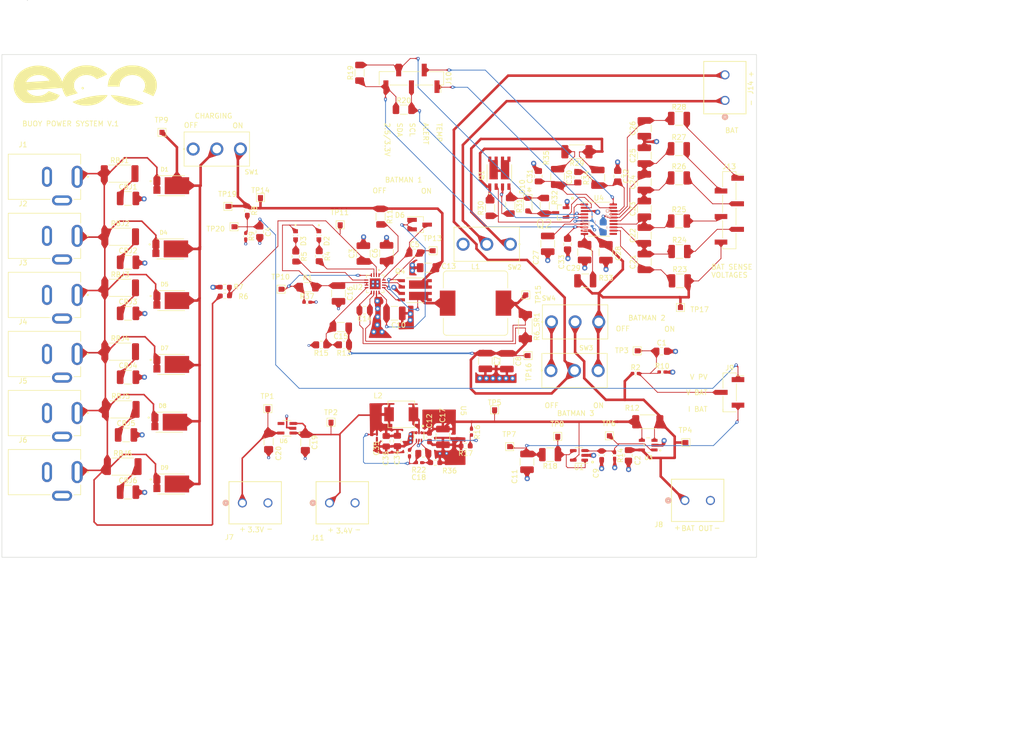
<source format=kicad_pcb>
(kicad_pcb (version 20221018) (generator pcbnew)
  (title_block (title "Solar harvesting and voltage regulation") (date "2024-03-14") (company "LabECO"))
  (layers (0 "F.Cu" signal) (1 "In1.Cu" power) (2 "In2.Cu" power) (31 "B.Cu" signal) (34 "B.Paste" user) (35 "F.Paste" user) (36 "B.SilkS" user "B.Silkscreen") (37 "F.SilkS" user "F.Silkscreen") (38 "B.Mask" user) (39 "F.Mask" user) (44 "Edge.Cuts" user))
  (net 0 "")
  (net 1 "/ADC VBAT")
  (net 2 "PGND")
  (net 3 "/Bat_out")
  (net 4 "Net-(U2-MPPSET)")
  (net 5 "/ADC PV")
  (net 6 "Net-(U2-BTST)")
  (net 7 "/Power_out")
  (net 8 "Net-(U2-VCC)")
  (net 9 "/Bat_in")
  (net 10 "Net-(U1-+)")
  (net 11 "Net-(U2-REGN)")
  (net 12 "/ADC current")
  (net 13 "Net-(U1-V+)")
  (net 14 "/V_solar_out")
  (net 15 "Net-(U2-VFB)")
  (net 16 "/3.4V")
  (net 17 "Net-(U5-FB)")
  (net 18 "Net-(J7-Pin_1)")
  (net 19 "Net-(U4-VC5)")
  (net 20 "Net-(U4-VC4)")
  (net 21 "Net-(U4-VC3)")
  (net 22 "Net-(U4-VC2)")
  (net 23 "Net-(U4-VC1)")
  (net 24 "Net-(U4-VC0)")
  (net 25 "Net-(U4-CAP1)")
  (net 26 "/Batman")
  (net 27 "Net-(U4-BAT)")
  (net 28 "Net-(U4-SRP)")
  (net 29 "Net-(U4-SRN)")
  (net 30 "Net-(CBJ1-Pad1)")
  (net 31 "Net-(CBJ2-Pad1)")
  (net 32 "Net-(CBJ3-Pad1)")
  (net 33 "Net-(CBJ4-Pad1)")
  (net 34 "Net-(CBJ5-Pad1)")
  (net 35 "Net-(CBJ6-Pad1)")
  (net 36 "/PV_connection")
  (net 37 "/V_solar_in")
  (net 38 "Net-(D10-K)")
  (net 39 "Net-(D10-A)")
  (net 40 "Net-(J13-Pin_1)")
  (net 41 "Net-(J13-Pin_2)")
  (net 42 "Net-(J13-Pin_3)")
  (net 43 "Net-(J13-Pin_4)")
  (net 44 "Net-(J13-Pin_5)")
  (net 45 "Net-(J14-Pin_1)")
  (net 46 "Net-(Q1-Pad1)")
  (net 47 "Net-(U4-DSG)")
  (net 48 "Net-(Q1-Pad5_6_10)")
  (net 49 "Net-(Q2-D)")
  (net 50 "Net-(U2-HIDRV)")
  (net 51 "Net-(U2-LODRV)")
  (net 52 "TS")
  (net 53 "Net-(J10-Pin_5)")
  (net 54 "Net-(D2-K)")
  (net 55 "STAT1")
  (net 56 "Net-(D3-K)")
  (net 57 "STAT2")
  (net 58 "Net-(U1--)")
  (net 60 "/Non-Batman")
  (net 62 "Net-(U5-EN)")
  (net 63 "Net-(U5-SW)")
  (net 64 "Net-(U5-PG)")
  (net 66 "VREF")
  (net 67 "/PH")
  (net 68 "Net-(SW2-A)")
  (net 69 "Net-(J10-Pin_1)")
  (net 70 "Net-(J10-Pin_2)")
  (net 71 "Net-(J10-Pin_3)")
  (net 72 "Net-(J10-Pin_4)")
  (footprint "Resistor_SMD:R_1210_3225Metric_Pad1.30x2.65mm_HandSolder" (layer "F.Cu") (at 185.179264 119.59 180)
    (fp_text reference "R18")
    (fp_text value "100")
  )
  (footprint "Capacitor_SMD:C_1210_3225Metric_Pad1.33x2.70mm_HandSolder" (layer "F.Cu") (at 101.26675 91.4835)
    (fp_text reference "CBJ3")
    (fp_text value "2.2uF")
  )
  (footprint "TestpointMINE:TestPoint_Pad_1.0x1.0mm" (layer "F.Cu") (at 131.695 86.6775)
    (fp_text reference "TP10")
    (fp_text value "TestPoint")
  )
  (footprint "Capacitor_SMD:C_1210_3225Metric_Pad1.33x2.70mm_HandSolder" (layer "F.Cu") (at 101.26675 68.6235)
    (fp_text reference "CBJ1")
    (fp_text value "2.2uF")
  )
  (footprint "Connector_PinHeader_2.54mm:PinHeader_1x06_P2.54mm_Vertical_SMD_Pin1Right" (layer "F.Cu") (at 220.7975 70.955)
    (fp_text reference "J13")
    (fp_text value "Conn_01x06_Socket")
  )
  (footprint "Capacitor_SMD:C_1210_3225Metric_Pad1.33x2.70mm_HandSolder" (layer "F.Cu") (at 101.26675 104.1835)
    (fp_text reference "CBJ4")
    (fp_text value "2.2uF")
  )
  (footprint "LED:LEDC1608X35N" (layer "F.Cu") (at 139.205 75.9575 -90)
    (fp_text reference "D2")
    (fp_text value "LED")
  )
  (footprint "Resistor_SMD:R_0603_1608Metric_Pad0.98x0.95mm_HandSolder" (layer "F.Cu") (at 120.50925 86.2635 180)
    (fp_text reference "R7")
    (fp_text value "30k")
  )
  (footprint "TestpointMINE:TestPoint_Pad_1.0x1.0mm" (layer "F.Cu") (at 211.08 90.32 180)
    (fp_text reference "TP17")
    (fp_text value "TestPoint" hide)
  )
  (footprint "Resistor_SMD:R_1206_3216Metric_Pad1.30x1.75mm_HandSolder" (layer "F.Cu") (at 173.23 70.53 90)
    (fp_text reference "R30")
    (fp_text value "1M")
  )
  (footprint "Capacitor_SMD:C_0603_1608Metric_Pad1.08x0.95mm_HandSolder" (layer "F.Cu") (at 195.42 119.72 -90)
    (fp_text reference "C9")
    (fp_text value "8.2nF")
  )
  (footprint "Capacitor_SMD:C_1206_3216Metric_Pad1.33x1.80mm_HandSolder" (layer "F.Cu") (at 129.218 116.97 -90)
    (fp_text reference "C20")
    (fp_text value "10uF")
  )
  (footprint "TestpointMINE:TestPoint_Pad_1.0x1.0mm" (layer "F.Cu") (at 186.689264 115.9575)
    (fp_text reference "TP8")
    (fp_text value "TestPoint")
  )
  (footprint "Resistor_SMD:R_0805_2012Metric_Pad1.20x1.40mm_HandSolder" (layer "F.Cu") (at 139.275 80.1075 -90)
    (fp_text reference "R4")
    (fp_text value "10k")
  )
  (footprint "Slide_Switch:SW-SPDT-SW" (layer "F.Cu") (at 190.14 93.18)
    (fp_text reference "SW4")
    (fp_text value "SW_SPDT")
  )
  (footprint "Capacitor_SMD:C_0805_2012Metric_Pad1.18x1.45mm_HandSolder" (layer "F.Cu") (at 198.6075 64.195 -90)
    (fp_text reference "C32")
    (fp_text value "100nF")
  )
  (footprint "Capacitor_SMD:C_1210_3225Metric_Pad1.33x2.70mm_HandSolder" (layer "F.Cu") (at 180.579264 121.0175 -90)
    (fp_text reference "C11")
    (fp_text value "1uF")
  )
  (footprint "Capacitor_SMD:C_0603_1608Metric_Pad1.08x0.95mm_HandSolder" (layer "F.Cu") (at 161.2 116.14 -90)
    (fp_text reference "C12")
    (fp_text value "100nF")
  )
  (footprint "INA138:SOT95P280X145-5N" (layer "F.Cu") (at 204.6675 117.7025 180)
    (fp_text reference "U3")
    (fp_text value "INA138")
  )
  (footprint "My_Passive:R_0402_1005Metric_Pad0.72x0.64mm_HandSolder" (layer "F.Cu") (at 124.6675 76.13 -90)
    (fp_text reference "R9")
    (fp_text value "100k")
  )
  (footprint "Capacitor_SMD:C_0805_2012Metric_Pad1.18x1.45mm_HandSolder" (layer "F.Cu") (at 127.46 75.25 -90)
    (fp_text reference "C4")
    (fp_text value "10nF")
  )
  (footprint "Slide_Switch:SW-SPDT-SW" (layer "F.Cu") (at 172.5775 77.7325 180)
    (fp_text reference "SW2")
    (fp_text value "SW_SPDT")
  )
  (footprint "PDS1040L-13_solar:DIO_PDS1040L-13" (layer "F.Cu") (at 109.66425 78.6635)
    (fp_text reference "D4")
    (fp_text value "PDS1040L-13")
  )
  (footprint "Capacitor_SMD:C_1210_3225Metric_Pad1.33x2.70mm_HandSolder" (layer "F.Cu") (at 203.9075 65.385 90)
    (fp_text reference "C24")
    (fp_text value "1uF")
  )
  (footprint "Connector_PinHeader_2.54mm:PinHeader_1x03_P2.54mm_Vertical_SMD_Pin1Right" (layer "F.Cu") (at 220.865 107.2)
    (fp_text reference "J9")
    (fp_text value "Conn_01x03_Pin")
  )
  (footprint "Resistor_SMD:R_1206_3216Metric_Pad1.30x1.75mm_HandSolder" (layer "F.Cu") (at 151.48 72.24 -90)
    (fp_text reference "R11")
    (fp_text value "10")
  )
  (footprint "Resistor_SMD:R_1206_3216Metric_Pad1.30x1.75mm_HandSolder" (layer "F.Cu") (at 147.3 43.63 90)
    (fp_text reference "R19")
    (fp_text value "5.1k")
  )
  (footprint "Resistor_SMD:R_2512_6332Metric_Pad1.40x3.35mm_HandSolder" (layer "F.Cu") (at 99.81775 110.5835)
    (fp_text reference "RBJ5")
    (fp_text value "2")
  )
  (footprint "Capacitor_SMD:C_1210_3225Metric_Pad1.33x2.70mm_HandSolder" (layer "F.Cu") (at 203.9075 81.255 90)
    (fp_text reference "C21")
    (fp_text value "1uF")
  )
  (footprint "Resistor_SMD:R_1210_3225Metric_Pad1.30x2.65mm_HandSolder" (layer "F.Cu") (at 210.9575 85.015)
    (fp_text reference "R23")
    (fp_text value "100")
  )
  (footprint "TestPoint:TestPoint_Pad_1.0x1.0mm" (layer "F.Cu") (at 127.6 68.46)
    (fp_text reference "TP14")
    (fp_text value "TestPoint" hide)
  )
  (footprint "B2250MOSFET:SOT95P240X110-3N" (layer "F.Cu") (at 187.3275 71.425 180)
    (fp_text reference "Q2")
    (fp_text value "BS250")
  )
  (footprint "SI7288DP:TRANS_SI7288DP-T1-GE3" (layer "F.Cu") (at 175.08 63.61 90)
    (fp_text reference "Q1")
    (fp_text value "SI7288DP-T1-GE3")
  )
  (footprint "Resistor_SMD:R_1210_3225Metric_Pad1.30x2.65mm_HandSolder" (layer "F.Cu") (at 210.7975 52.705)
    (fp_text reference "R28")
    (fp_text value "100")
  )
  (footprint "TestPoint:TestPoint_Pad_1.0x1.0mm" (layer "F.Cu") (at 141.62 113.13)
    (fp_text reference "TP2")
    (fp_text value "TestPoint" hide)
  )
  (footprint "TestpointMINE:TestPoint_Pad_1.0x1.0mm" (layer "F.Cu") (at 212.161 117.18)
    (fp_text reference "TP4")
    (fp_text value "TestPoint")
  )
  (footprint "PDS1040L-13_solar:DIO_PDS1040L-13" (layer "F.Cu") (at 109.86425 125.4235)
    (fp_text reference "D9")
    (fp_text value "PDS1040L-13")
  )
  (footprint "Resistor_SMD:R_1206_3216Metric_Pad1.30x1.75mm_HandSolder" (layer "F.Cu") (at 184.0975 70.085 90)
    (fp_text reference "R32")
    (fp_text value "1M")
  )
  (footprint "3.3_LDO:SOT95P285X140-5N" (layer "F.Cu") (at 132.863 114.34 180)
    (fp_text reference "U6")
    (fp_text value "AP2112K-3.3")
  )
  (footprint "Capacitor_SMD:C_1210_3225Metric_Pad1.33x2.70mm_HandSolder" (layer "F.Cu") (at 101.26675 81.3235)
    (fp_text reference "CBJ2")
    (fp_text value "2.2uF")
  )
  (footprint "Package_TO_SOT_SMD:SOT-23-5" (layer "F.Cu") (at 190.911764 119.73 180)
    (fp_text reference "U1")
    (fp_text value "OPA340NA")
  )
  (footprint "LED:LEDC1608X35N" (layer "F.Cu") (at 134.575 75.9575 -90)
    (fp_text reference "D3")
    (fp_text value "LED")
  )
  (footprint "Capacitor_SMD:C_0805_2012Metric_Pad1.18x1.45mm_HandSolder" (layer "F.Cu") (at 152.59 116.92 -90)
    (fp_text reference "C36")
    (fp_text value "22uF")
  )
  (footprint "My_Passive:R_0402_1005Metric_Pad0.72x0.64mm_HandSolder" (layer "F.Cu") (at 207.4575 103.14875)
    (fp_text reference "R10")
    (fp_text value "100k")
  )
  (footprint "PDS1040L-13_solar:DIO_PDS1040L-13" (layer "F.Cu") (at 109.86425 101.6435)
    (fp_text reference "D7")
    (fp_text value "PDS1040L-13")
  )
  (footprint "Screw_Terminal:CONN_1729128_PXC" (layer "F.Cu") (at 124.0034 129.185)
    (fp_text reference "J7")
    (fp_text value "Screw_Terminal_01x02")
  )
  (footprint "Resistor_SMD:R_0603_1608Metric_Pad0.98x0.95mm_HandSolder" (layer "F.Cu") (at 124.9825 71.05 -90)
    (fp_text reference "R8")
    (fp_text value "200k")
  )
  (footprint "Resistor_SMD:R_2010_5025Metric_Pad1.40x2.65mm_HandSolder" (layer "F.Cu") (at 180.25 94.12 -90)
    (fp_text reference "R6_SR1")
    (fp_text value "40 m")
  )
  (footprint "Package_SO:TSSOP-20_4.4x6.5mm_P0.65mm" (layer "F.Cu") (at 194.865 72.75)
    (fp_text reference "U4")
    (fp_text value "BQ76920PW")
  )
  (footprint "TestpointMINE:TestPoint_Pad_1.0x1.0mm" (layer "F.Cu") (at 161.91 79.02)
    (fp_text reference "TP13")
    (fp_text value "TestPoint")
  )
  (footprint "TestpointMINE:TestPoint_Pad_1.0x1.0mm" (layer "F.Cu") (at 180.78 99.88 -90)
    (fp_text reference "TP16")
    (fp_text value "TestPoint")
  )
  (footprint "Diode_SMD:D_SOD-323_HandSoldering" (layer "F.Cu") (at 180.7275 69.855 -90)
    (fp_text reference "D10")
    (fp_text value "1N4148")
  )
  (footprint "TestpointMINE:TestPoint_Pad_1.0x1.0mm" (layer "F.Cu") (at 202.49 98.93875 180)
    (fp_text reference "TP3")
    (fp_text value "TestPoint")
  )
  (footprint "Resistor_SMD:R_1206_3216Metric_Pad1.30x1.75mm_HandSolder" (layer "F.Cu") (at 177.2575 70.085 -90)
    (fp_text reference "R31")
    (fp_text value "1M")
  )
  (footprint "Capacitor_SMD:C_1210_3225Metric_Pad1.33x2.70mm_HandSolder" (layer "F.Cu") (at 203.9075 54.675 90)
    (fp_text reference "C26")
    (fp_text value "1uF")
  )
  (footprint "TestpointMINE:TestPoint_Pad_1.0x1.0mm" (layer "F.Cu") (at 122.34 74.25)
    (fp_text reference "TP20")
    (fp_text value "TestPoint" hide)
  )
  (footprint "Barrel_Jack:XKB_DC-005-5A-2.0" (layer "F.Cu") (at 85.16175 111.3135)
    (fp_text reference "J5")
    (fp_text value "Barrel_Jack_Switch")
  )
  (footprint "My_Passive:R_0402_1005Metric_Pad0.72x0.64mm_HandSolder" (layer "F.Cu") (at 136.8625 89.26)
    (fp_text reference "R37")
    (fp_text value "7.5k")
  )
  (footprint "Capacitor_SMD:C_1206_3216Metric_Pad1.33x1.80mm_HandSolder" (layer "F.Cu") (at 143.57125 94.20125 180)
    (fp_text reference "C15")
    (fp_text value "22pF")
  )
  (footprint "Resistor_SMD:R_1210_3225Metric_Pad1.30x2.65mm_HandSolder" (layer "F.Cu") (at 210.8875 79.175)
    (fp_text reference "R24")
    (fp_text value "100")
  )
  (footprint "Resistor_SMD:R_2010_5025Metric_Pad1.40x2.65mm_HandSolder" (layer "F.Cu") (at 190.5075 59.335 180)
    (fp_text reference "R29")
    (fp_text value "20m")
  )
  (footprint "Capacitor_SMD:C_1206_3216Metric_Pad1.33x1.80mm_HandSolder" (layer "F.Cu") (at 136.518 117.16 -90)
    (fp_text reference "C19")
    (fp_text value "10uF")
  )
  (footprint "Resistor_SMD:R_1210_3225Metric_Pad1.30x2.65mm_HandSolder" (layer "F.Cu") (at 210.7875 64.545)
    (fp_text reference "R26")
    (fp_text value "100")
  )
  (footprint "TestpointMINE:TestPoint_Pad_1.0x1.0mm" (layer "F.Cu") (at 129.07 110.42)
    (fp_text reference "TP1")
    (fp_text value "TestPoint" hide)
  )
  (footprint "Resistor_SMD:R_1206_3216Metric_Pad1.30x1.75mm_HandSolder" (layer "F.Cu") (at 156.08 50.96)
    (fp_text reference "R20")
    (fp_text value "5.1k")
  )
  (footprint "Resistor_SMD:R_2010_5025Metric_Pad1.40x2.65mm_HandSolder" (layer "F.Cu") (at 204.59 113.0425 180)
    (fp_text reference "R12")
    (fp_text value "0.1")
  )
  (footprint "Capacitor_SMD:C_0805_2012Metric_Pad1.18x1.45mm_HandSolder" (layer "F.Cu") (at 200.75 119.7225 -90)
    (fp_text reference "C2")
    (fp_text value "100nF")
  )
  (footprint "Capacitor_SMD:C_1210_3225Metric_Pad1.33x2.70mm_HandSolder" (layer "F.Cu") (at 101.26675 127.0435)
    (fp_text reference "CBJ6")
    (fp_text value "2.2uF")
  )
  (footprint "Resistor_SMD:R_1210_3225Metric_Pad1.30x2.65mm_HandSolder" (layer "F.Cu") (at 210.7775 58.735)
    (fp_text reference "R27")
    (fp_text value "100")
  )
  (footprint "My_Passive:R_0402_1005Metric_Pad0.72x0.64mm_HandSolder" (layer "F.Cu") (at 157.22 119.27 -90)
    (fp_text reference "R21" hide)
    (fp_text value "10k")
  )
  (footprint "Resistor_SMD:R_0805_2012Metric_Pad1.20x1.40mm_HandSolder" (layer "F.Cu") (at 159.97 119.34)
    (fp_text reference "R22")
    (fp_text value "140k")
  )
  (footprint "Barrel_Jack:XKB_DC-005-5A-2.0" (layer "F.Cu") (at 85.16175 76.0635)
    (fp_text reference "J2")
    (fp_text value "Barrel_Jack_Switch")
  )
  (footprint "TestpointMINE:TestPoint_Pad_1.0x1.0mm" (layer "F.Cu") (at 180.34 87.82 -90)
    (fp_text reference "TP15")
    (fp_text value "TestPoint")
  )
  (footprint "PDS1040L-13_solar:DIO_PDS1040L-13" (layer "F.Cu") (at 109.86425 88.9435)
    (fp_text reference "D5")
    (fp_text value "PDS1040L-13")
  )
  (footprint "My_Passive:R_0402_1005Metric_Pad0.72x0.64mm_HandSolder" (layer "F.Cu") (at 169.54 115.0875 -90)
    (fp_text reference "R16")
    (fp_text value "53.6k")
  )
  (footprint "Resistor_SMD:R_0805_2012Metric_Pad1.20x1.40mm_HandSolder" (layer "F.Cu") (at 139.67125 97.75125 180)
    (fp_text reference "R15")
    (fp_text value "10k")
  )
  (footprint "TestpointMINE:TestPoint_Pad_1.0x1.0mm" (layer "F.Cu") (at 121.13 70.21)
    (fp_text reference "TP19")
    (fp_text value "TestPoint" hide)
  )
  (footprint "BQ24650:QFN50P350X350X100-17N" (layer "F.Cu") (at 150.405 85.6075 -90)
    (fp_text reference "U2")
    (fp_text value "BQ24650RVAR")
  )
  (footprint "Resistor_SMD:R_2512_6332Metric_Pad1.40x3.35mm_HandSolder" (layer "F.Cu") (at 99.70425 76.2435)
    (fp_text reference "RBJ2")
    (fp_text value "2")
  )
  (footprint "L_3.4:L_Vishay_IHLP-2020" (layer "F.Cu") (at 155.5835 111.56 180)
    (fp_text reference "L2")
    (fp_text value "1.5uH")
  )
  (footprint "Resistor_SMD:R_0805_2012Metric_Pad1.20x1.40mm_HandSolder" (layer "F.Cu") (at 144.19875 97.74 180)
    (fp_text reference "R13")
    (fp_text value "10k")
  )
  (footprint "TestpointMINE:TestPoint_Pad_1.0x1.0mm" (layer "F.Cu") (at 177.139264 117.9875)
    (fp_text reference "TP7")
    (fp_text value "TestPoint")
  )
  (footprint "Barrel_Jack:XKB_DC-005-5A-2.0" (layer "F.Cu") (at 85.16175 64.3135)
    (fp_text reference "J1")
    (fp_text value "Barrel_Jack_Switch")
  )
  (footprint "LOGO" (layer "F.Cu") (at 92.26 46.08)
    (fp_text reference ".")
    (fp_text value "LOGO" hide)
  )
  (footprint "Slide_Switch:SW-SPDT-SW" (layer "F.Cu") (at 190.03 102.86)
    (fp_text reference "SW3")
    (fp_text value "SW_SPDT")
  )
  (footprint "Capacitor_SMD:C_0805_2012Metric_Pad1.18x1.45mm_HandSolder" (layer "F.Cu") (at 148.31 90.86 180)
    (fp_text reference "C14")
    (fp_text value "100nF")
  )
  (footprint "Connector_PinHeader_2.54mm:PinHeader_1x05_P2.54mm_Vertical_SMD_Pin1Right" (layer "F.Cu") (at 157.61 44.735 -90)
    (fp_text reference "J10")
    (fp_text value "Conn_01x05_Socket")
  )
  (footprint "Capacitor_SMD:C_1210_3225Metric_Pad1.33x2.70mm_HandSolder" (layer "F.Cu") (at 192.0275 79.295 -90)
    (fp_text reference "C29")
    (fp_text value "1uF")
  )
  (footprint "Resistor_SMD:R_1210_3225Metric_Pad1.30x2.65mm_HandSolder" (layer "F.Cu") (at 194.6675 64.515 90)
    (fp_text reference "R34")
    (fp_text value "100")
  )
  (footprint "Capacitor_SMD:C_0805_2012Metric_Pad1.18x1.45mm_HandSolder" (layer "F.Cu") (at 182.8375 64.205 90)
    (fp_text reference "C31")
    (fp_text value "100nF")
  )
  (footprint "Resistor_SMD:R_1210_3225Metric_Pad1.30x2.65mm_HandSolder" (layer "F.Cu") (at 192.16 85)
    (fp_text reference "R33")
    (fp_text value "100")
  )
  (footprint "Capacitor_SMD:C_1210_3225Metric_Pad1.33x2.70mm_HandSolder" (layer "F.Cu") (at 163.86 116.05 -90)
    (fp_text reference "C17")
    (fp_text value "22uF")
  )
  (footprint "Barrel_Jack:XKB_DC-005-5A-2.0" (layer "F.Cu") (at 85.16175 87.8135)
    (fp_text reference "J3")
    (fp_text value "Barrel_Jack_Switch")
  )
  (footprint "SI7288DP:TRANS_SI7288DP-T1-GE3" (layer "F.Cu") (at 158.35 86.8875)
    (fp_text reference "Q4")
    (fp_text value "SI7288DP-T1-GE3")
  )
  (footprint "TestpointMINE:TestPoint_Pad_1.0x1.0mm" (layer "F.Cu") (at 143.445 73.86875)
    (fp_text reference "TP11")
    (fp_text value "TestPoint")
  )
  (footprint "Screw_Terminal:CONN_1729128_PXC" (layer "F.Cu") (at 219.94 49.12 90)
    (fp_text reference "J14")
    (fp_text value "Screw_Terminal_01x02")
  )
  (footprint "L_MPPT:L_Koher_MDA1350_13.5x12.6mm_1" (layer "F.Cu") (at 170.35 89.45)
    (fp_text reference "L1")
    (fp_text value "15uH")
  )
  (footprint "TestpointMINE:TestPoint_Pad_1.0x1.0mm" (layer "F.Cu") (at 108.02175 55.4735)
    (fp_text reference "TP9")
    (fp_text value "TestPoint")
  )
  (footprint "Capacitor_SMD:C_1210_3225Metric_Pad1.33x2.70mm_HandSolder" (layer "F.Cu") (at 196.2675 79.325 -90)
    (fp_text reference "C28")
    (fp_text value "1uF")
  )
  (footprint "My_Passive:C_0402_1005Metric_Pad0.74x0.62mm_HandSolder" (layer "F.Cu") (at 159.1225 121.18)
    (fp_text reference "C18")
    (fp_text value "10pF")
  )
  (footprint "Capacitor_SMD:C_1210_3225Metric_Pad1.33x2.70mm_HandSolder" (layer "F.Cu") (at 176.58 101 -90)
    (fp_text reference "C8")
    (fp_text value "4.7uF")
  )
  (footprint "Resistor_SMD:R_2512_6332Metric_Pad1.40x3.35mm_HandSolder" (layer "F.Cu") (at 99.70425 99.1035)
    (fp_text reference "RBJ4")
    (fp_text value "2")
  )
  (footprint "Capacitor_SMD:C_0805_2012Metric_Pad1.18x1.45mm_HandSolder" (layer "F.Cu") (at 154.81 116.87 -90)
    (fp_text reference "C34")
    (fp_text value "22uF")
  )
  (footprint "Capacitor_SMD:C_1210_3225Metric_Pad1.33x2.70mm_HandSolder" (layer "F.Cu") (at 203.9075 70.705 90)
    (fp_text reference "C23")
    (fp_text value "1uF")
  )
  (footprint "TestpointMINE:TestPoint_Pad_1.0x1.0mm" (layer "F.Cu") (at 196.96 115.84)
    (fp_text reference "TP6")
    (fp_text value "TestPoint")
  )
  (footprint "Capacitor_SMD:C_1210_3225Metric_Pad1.33x2.70mm_HandSolder" (layer "F.Cu") (at 172.305 100.95875 -90)
    (fp_text reference "C7")
    (fp_text value "4.7uF")
  )
  (footprint "Resistor_SMD:R_0805_2012Metric_Pad1.20x1.40mm_HandSolder" (layer "F.Cu") (at 134.615 80.1775 -90)
    (fp_text reference "R5")
    (fp_text value "10k")
  )
  (footprint "Capacitor_SMD:C_1210_3225Metric_Pad1.33x2.70mm_HandSolder" (layer "F.Cu") (at 184.7 77.65 -90)
    (fp_text reference "C27")
    (fp_text value "1uF")
  )
  (footprint "Resistor_SMD:R_1206_3216Metric_Pad1.30x1.75mm_HandSolder" (layer "F.Cu") (at 136.965 86.2675)
    (fp_text reference "R1")
    (fp_text value "5.1k")
  )
  (footprint "PDS1040L-13_solar:DIO_PDS1040L-13" (layer "F.Cu") (at 109.86425 66.0835)
    (fp_text reference "D1")
    (fp_text value "PDS1040L-13")
  )
  (footprint "Barrel_Jack:XKB_DC-005-5A-2.0" (layer "F.Cu") (at 85.16175 99.5635)
    (fp_text reference "J4")
    (fp_text value "Barrel_Jack_Switch")
  )
  (footprint "Barrel_Jack:XKB_DC-005-5A-2.0" (layer "F.Cu") (at 85.16175 123.0635)
    (fp_text reference "J6")
    (fp_text value "Barrel_Jack_Switch")
  )
  (footprint "TestPoint:TestPoint_Pad_1.0x1.0mm" (layer "F.Cu") (at 174.14 110.67375)
    (fp_text reference "TP5")
    (fp_text value "TestPoint" hide)
  )
  (footprint "Resistor_SMD:R_0603_1608Metric_Pad0.98x0.95mm_HandSolder" (layer "F.Cu") (at 120.51925 88.0135)
    (fp_text reference "R6")
    (fp_text value "120k")
  )
  (footprint "Resistor_SMD:R_0603_1608Metric_Pad0.98x0.95mm_HandSolder" (layer "F.Cu") (at 162.3425 121.19)
    (fp_text reference "R36")
    (fp_text value "30k")
  )
  (footprint "Capacitor_SMD:C_1210_3225Metric_Pad1.33x2.70mm_HandSolder" (layer "F.Cu") (at 203.9075 60.1125 90)
    (fp_text reference "C25")
    (fp_text value "1uF")
  )
  (footprint "Screw_Terminal:CONN_1729128_PXC" (layer "F.Cu") (at 211.9634 128.705)
    (fp_text reference "J8")
    (fp_text value "Screw_Terminal_01x02")
  )
  (footprint "Resistor_SMD:R_1210_3225Metric_Pad1.30x2.65mm_HandSolder" (layer "F.Cu") (at 186.6575 64.345 90)
    (fp_text reference "R35")
    (fp_text value "100")
  )
  (footprint "Resistor_SMD:R_0603_1608Metric_Pad0.98x0.95mm_HandSolder" (layer "F.Cu") (at 168.38 117.88 180)
    (fp_text reference "R17")
    (fp_text value "30k")
  )
  (footprint "Resistor_SMD:R_2512_6332Metric_Pad1.40x3.35mm_HandSolder" (layer "F.Cu") (at 99.70425 86.4035)
    (fp_text reference "RBJ3")
    (fp_text value "2")
  )
  (footprint "Capacitor_SMD:C_0805_2012Metric_Pad1.18x1.45mm_HandSolder" (layer "F.Cu") (at 207.3475 99.02125)
    (fp_text reference "C1")
    (fp_text value "10nF")
  )
  (footprint "Package_TO_SOT_SMD:SOT-23_Handsoldering" (layer "F.Cu") (at 159.23 73.83)
    (fp_text reference "D6")
    (fp_text value "BAT54C")
  )
  (footprint "Capacitor_SMD:C_1210_3225Metric_Pad1.33x2.70mm_HandSolder" (layer "F.Cu") (at 154.2175 91.47)
    (fp_text reference "C10")
    (fp_text value "1uF")
  )
  (footprint "Capacitor_SMD:C_1210_3225Metric_Pad1.33x2.70mm_HandSolder" (layer "F.Cu") (at 203.9075 75.985 90)
    (fp_text reference "C22")
    (fp_text value "1uF")
  )
  (footprint "My_Passive:R_0402_1005Metric_Pad0.72x0.64mm_HandSolder" (layer "F.Cu") (at 197.99 119.75 -90)
    (fp_text reference "R14")
    (fp_text value "24.9k")
  )
  (footprint "Resistor_SMD:R_2512_6332Metric_Pad1.40x3.35mm_HandSolder" (layer "F.Cu") (at 99.60175 63.6835)
    (fp_text reference "RBJ1")
    (fp_text value "2")
  )
  (footprint "Capacitor_SMD:C_1210_3225Metric_Pad1.33x2.70mm_HandSolder" (layer "F.Cu") (at 152.66 79.52 90)
    (fp_text reference "C6")
    (fp_text value "1uF")
  )
  (footprint "3.4_Stepdown:TPS564242DRLR_TEX" (layer "F.Cu") (at 159.110126 115.9723 -90)
    (fp_text reference "U5")
    (fp_text value "TPS564257DRLR" hide)
  )
  (footprint "Capacitor_SMD:C_0805_2012Metric_Pad1.18x1.45mm_HandSolder" (layer "F.Cu") (at 190.6775 64.415 90)
    (fp_text reference "C30")
    (fp_text value "100nF")
  )
  (footprint "Resistor_SMD:R_1210_3225Metric_Pad1.30x2.65mm_HandSolder" (layer "F.Cu") (at 210.7975 73.115)
    (fp_text reference "R25")
    (fp_text value "100")
  )
  (footprint "Capacitor_SMD:C_1210_3225Metric_Pad1.33x2.70mm_HandSolder" (layer "F.Cu") (at 100.87025 115.6635)
    (fp_text reference "CBJ5")
    (fp_text value "2.2uF")
  )
  (footprint "Slide_Switch:SW-SPDT-SW" (layer "F.Cu") (at 118.92 58.8)
    (fp_text reference "SW1")
    (fp_text value "SW_SPDT")
  )
  (footprint "Capacitor_SMD:C_1210_3225Metric_Pad1.33x2.70mm_HandSolder" (layer "F.Cu") (at 148.05 79.59 90)
    (fp_text reference "C3")
    (fp_text value "1uF")
  )
  (footprint "Capacitor_SMD:C_0805_2012Metric_Pad1.18x1.45mm_HandSolder" (layer "F.Cu") (at 188.6375 77.715 -90)
    (fp_text reference "C33")
    (fp_text value "4.7uF")
  )
  (footprint "Resistor_SMD:R_2512_6332Metric_Pad1.40x3.35mm_HandSolder" (layer "F.Cu") (at 100.21425 121.9635)
    (fp_text reference "RBJ6")
    (fp_text value "2")
  )
  (footprint "Capacitor_SMD:C_1210_3225Metric_Pad1.33x2.70mm_HandSolder" (layer "F.Cu") (at 143.105 87.5275 -90)
    (fp_text reference "C16")
    (fp_text value "1uF")
  )
  (footprint "Screw_Terminal:CONN_1729128_PXC" (layer "F.Cu") (at 141.322693 129.185707)
    (fp_text reference "J11")
    (fp_text value "Screw_Terminal_01x02")
  )
  (footprint "Capacitor_SMD:C_0201_0603Metric_Pad0.64x0.40mm_HandSolder" (layer "F.Cu") (at 150.74 115.95 -90)
    (fp_text reference "C35")
    (fp_text value "100nF")
  )
  (footprint "My_Passive:R_0402_1005Metric_Pad0.72x0.64mm_HandSolder" (layer "F.Cu") (at 202.1575 103.43125)
    (fp_text reference "R2")
    (fp_text value "100k")
  )
  (footprint "Capacitor_SMD:C_0805_2012Metric_Pad1.18x1.45mm_HandSolder" (layer "F.Cu") (at 158.255 79.46875)
    (fp_text reference "C5")
    (fp_text value "100nF")
  )
  (footprint "PDS1040L-13_solar:DIO_PDS1040L-13" (layer "F.Cu") (at 109.46775 113.1235)
    (fp_text reference "D8")
    (fp_text value "PDS1040L-13")
  )
  (footprint "Capacitor_SMD:C_1206_3216Metric_Pad1.33x1.80mm_HandSolder" (layer "F.Cu") (at 160.905 82.39875 180)
    (fp_text reference "C13")
    (fp_text value "10uF")
  )
  (footprint "Thermistor:THRMC1005X55N" (layer "B.Cu") (at 193.5175 73.575 -90)
    (fp_text reference "TH1")
    (fp_text value "Thermistor_NTC_US")
  )
  (footprint "Resistor_SMD:R_0805_2012Metric_Pad1.20x1.40mm_HandSolder" (layer "B.Cu") (at 195.7275 74.405 -90)
    (fp_text reference "R3")
    (fp_text value "10k")
  )
  (gr_line (start 181.355 67.135) (end 180.715 67.125) (stroke (width 0.15)) (layer "F.SilkS"))
  (gr_line (start 181.035 67.13) (end 181.035 67.395) (stroke (width 0.15)) (layer "F.SilkS"))
  (gr_line (start 181.025 66.435) (end 181.025 66.645) (stroke (width 0.15)) (layer "F.SilkS"))
  (gr_circle (center 189.62 68.57) (end 189.82 68.57) (stroke (width 0.15)) (fill solid) (layer "F.SilkS"))
  (gr_line (start 181.025 66.645) (end 180.715 66.645) (stroke (width 0.15)) (layer "F.SilkS"))
  (gr_circle (center 193.61 121.07) (end 193.81 121.07) (stroke (width 0.15)) (fill solid) (layer "F.SilkS"))
  (gr_line (start 181.065 66.745) (end 181.355 67.135) (stroke (width 0.15)) (layer "F.SilkS"))
  (gr_circle (center 159.87 113.9) (end 160.07 113.9) (stroke (width 0.15)) (fill solid) (layer "F.SilkS"))
  (gr_line (start 180.715 66.645) (end 181.025 66.645) (stroke (width 0.15)) (layer "F.SilkS"))
  (gr_line (start 180.715 67.125) (end 180.955 66.765) (stroke (width 0.15)) (layer "F.SilkS"))
  (gr_line (start 181.405 66.645) (end 181.025 66.645) (stroke (width 0.15)) (layer "F.SilkS"))
  (gr_rect (start 76.2 40) (end 226.2 140) (stroke (width 0.1)) (fill none) (layer "Edge.Cuts"))
  (gr_circle (center 81.28 29.2) (end 81.28 29.2) (stroke (width 0.1)) (fill none) (layer "Edge.Cuts"))
  (gr_text "2.5/3.3V" (at 152.22 53.48 -90) (layer "F.SilkS") (effects (font (size 1 1)) (justify left bottom)))
  (gr_text "BATMAN 1" (at 152.27 65.52) (layer "F.SilkS") (effects (font (size 1 1)) (justify left bottom)))
  (gr_text "OFF\n" (at 184 110.4) (layer "F.SilkS") (effects (font (size 1 1)) (justify left bottom)))
  (gr_text "+" (at 140.83 135.09) (layer "F.SilkS") (effects (font (size 1 1)) (justify left bottom)))
  (gr_text "I BAT" (at 212.5 111.13) (layer "F.SilkS") (effects (font (size 1 1)) (justify left bottom)))
  (gr_text "BAT OUT\n\n" (at 211.19 136.45) (layer "F.SilkS") (effects (font (size 1 1)) (justify left bottom)))
  (gr_text "V PV" (at 212.880952 104.73) (layer "F.SilkS") (effects (font (size 1 1)) (justify left bottom)))
  (gr_text "+" (at 224.44 44.41) (layer "F.SilkS") (effects (font (size 1 1)) (justify left bottom)))
  (gr_text "ON\n" (at 121.96 54.72) (layer "F.SilkS") (effects (font (size 1 1)) (justify left bottom)))
  (gr_text "BATMAN 2" (at 200.62 92.98) (layer "F.SilkS") (effects (font (size 1 1)) (justify left bottom)))
  (gr_text "BUOY POWER SYSTEM V.1" (at 80.16 54.35) (layer "F.SilkS") (effects (font (size 1 1)) (justify left bottom)))
  (gr_text "SCL" (at 157.19 53.48 -90) (layer "F.SilkS") (effects (font (size 1 1)) (justify left bottom)))
  (gr_text "OFF\n" (at 149.79 67.67) (layer "F.SilkS") (effects (font (size 1 1)) (justify left bottom)))
  (gr_text "BAT SENSE\nVOLTAGES" (at 217.14 84.45) (layer "F.SilkS") (effects (font (size 1 1)) (justify left bottom)))
  (gr_text "ON\n" (at 159.44 67.73) (layer "F.SilkS") (effects (font (size 1 1)) (justify left bottom)))
  (gr_text "-\n" (at 225.68 50.33 90) (layer "F.SilkS") (effects (font (size 1 1)) (justify left bottom)))
  (gr_text "BAT " (at 219.88 55.68) (layer "F.SilkS") (effects (font (size 1 1)) (justify left bottom)))
  (gr_text "ON\n" (at 207.79 95.19) (layer "F.SilkS") (effects (font (size 1 1)) (justify left bottom)))
  (gr_text "3.3V\n" (at 124.95 135.1) (layer "F.SilkS") (effects (font (size 1 1)) (justify left bottom)))
  (gr_text "ON\n" (at 193.65 110.4) (layer "F.SilkS") (effects (font (size 1 1)) (justify left bottom)))
  (gr_text "+" (at 123.3 134.95) (layer "F.SilkS") (effects (font (size 1 1)) (justify left bottom)))
  (gr_text "3.4V\n" (at 142.53 135.33) (layer "F.SilkS") (effects (font (size 1 1)) (justify left bottom)))
  (gr_text "+" (at 209.76 134.67) (layer "F.SilkS") (effects (font (size 1 1)) (justify left bottom)))
  (gr_text "TEMP" (at 162.54 53.48 -90) (layer "F.SilkS") (effects (font (size 1 1)) (justify left bottom)))
  (gr_text "CHARGING" (at 114.45 52.8) (layer "F.SilkS") (effects (font (size 1 1)) (justify left bottom)))
  (gr_text "-\n" (at 146.23 135.06) (layer "F.SilkS") (effects (font (size 1 1)) (justify left bottom)))
  (gr_text "V BAT" (at 212.119047 107.81) (layer "F.SilkS") (effects (font (size 1 1)) (justify left bottom)))
  (gr_text "-\n" (at 128.7 134.92) (layer "F.SilkS") (effects (font (size 1 1)) (justify left bottom)))
  (gr_text "BATMAN 3" (at 186.47 111.95) (layer "F.SilkS") (effects (font (size 1 1)) (justify left bottom)))
  (gr_text "OFF\n" (at 198.14 95.13) (layer "F.SilkS") (effects (font (size 1 1)) (justify left bottom)))
  (gr_text "SDA" (at 154.68 53.48 -90) (layer "F.SilkS") (effects (font (size 1 1)) (justify left bottom)))
  (gr_text "OFF\n" (at 112.31 54.66) (layer "F.SilkS") (effects (font (size 1 1)) (justify left bottom)))
  (gr_text "ALERT" (at 159.89 53.48 -90) (layer "F.SilkS") (effects (font (size 1 1)) (justify left bottom)))
  (gr_text "-\n" (at 217.65 134.74) (layer "F.SilkS") (effects (font (size 1 1)) (justify left bottom)))
  (segment (start 202.755 103.43125) (end 205.0575 103.43125) (width 0.1524) (layer "F.Cu") (net 1))
  (segment (start 206.31 99.02125) (end 206.31 102.17875) (width 0.1524) (layer "F.Cu") (net 1))
  (segment (start 205.0575 103.43125) (end 206.5775 103.43125) (width 0.1524) (layer "F.Cu") (net 1))
  (segment (start 206.52375 107.2) (end 219.21 107.2) (width 0.1524) (layer "F.Cu") (net 1))
  (segment (start 202.755 103.43125) (end 206.52375 107.2) (width 0.1524) (layer "F.Cu") (net 1))
  (segment (start 202.49 98.93875) (end 206.2275 98.93875) (width 0.1524) (layer "F.Cu") (net 1))
  (segment (start 206.5775 103.43125) (end 206.86 103.14875) (width 0.1524) (layer "F.Cu") (net 1))
  (segment (start 206.2275 98.93875) (end 206.31 99.02125) (width 0.1524) (layer "F.Cu") (net 1))
  (segment (start 206.31 102.17875) (end 205.0575 103.43125) (width 0.1524) (layer "F.Cu") (net 1))
  (segment (start 192.085 119.735) (end 192.09 119.73) (width 0.508) (layer "F.Cu") (net 2))
  (segment (start 163.86 118.77) (end 163.27 119.36) (width 0.508) (layer "F.Cu") (net 2))
  (segment (start 198.595 63.145) (end 198.595 61.385) (width 0.508) (layer "F.Cu") (net 2))
  (segment (start 102.87925 127.0935) (end 102.82925 127.0435) (width 0.508) (layer "F.Cu") (net 2))
  (segment (start 208.385 99.02125) (end 208.41875 99.055) (width 0.508) (layer "F.Cu") (net 2))
  (segment (start 163.86 117.6125) (end 163.86 118.77) (width 0.508) (layer "F.Cu") (net 2))
  (segment (start 180.615 122.615) (end 180.579264 122.650736) (width 0.508) (layer "F.Cu") (net 2))
  (segment (start 208.41875 99.055) (end 210.095 99.055) (width 0.508) (layer "F.Cu") (net 2))
  (segment (start 127.46 77.55) (end 127.46 76.2875) (width 0.3048) (layer "F.Cu") (net 2))
  (segment (start 137.46 89.26) (end 138.6425 89.26) (width 0.3048) (layer "F.Cu") (net 2))
  (segment (start 192.06 82.46) (end 192.06 80.89) (width 0.508) (layer "F.Cu") (net 2))
  (segment (start 175.715 67.595) (end 175.49 67.82) (width 0.3048) (layer "F.Cu") (net 2))
  (segment (start 163.86 118.77) (end 164.02 118.77) (width 0.508) (layer "F.Cu") (net 2))
  (segment (start 138.47 97.83625) (end 137.23375 97.83625) (width 0.1524) (layer "F.Cu") (net 2))
  (segment (start 161.81 117.6125) (end 161.2 117.0025) (width 0.508) (layer "F.Cu") (net 2))
  (segment (start 163.86 117.6125) (end 161.81 117.6125) (width 0.508) (layer "F.Cu") (net 2))
  (segment (start 207.51 117.74) (end 205.96 117.74) (width 0.508) (layer "F.Cu") (net 2))
  (segment (start 154.095 86.3075) (end 155.31 87.5225) (width 0.508) (layer "F.Cu") (net 2))
  (segment (start 175.715 66.28) (end 175.715 67.595) (width 0.3048) (layer "F.Cu") (net 2))
  (segment (start 164.02 118.77) (end 164.59 119.34) (width 0.508) (layer "F.Cu") (net 2))
  (segment (start 119.59675 86.2635) (end 118.17675 86.2635) (width 0.508) (layer "F.Cu") (net 2))
  (segment (start 206.3875 57.355) (end 206.3975 57.345) (width 0.508) (layer "F.Cu") (net 2))
  (segment (start 192.06 80.89) (end 192.0275 80.8575) (width 0.508) (layer "F.Cu") (net 2))
  (segment (start 207.51 117.74) (end 207.845 117.405) (width 0.508) (layer "F.Cu") (net 2))
  (segment (start 195.42 120.5825) (end 195.41 120.5925) (width 0.508) (layer "F.Cu") (net 2))
  (segment (start 104.53175 104.1735) (end 102.82925 104.1735) (width 0.508) (layer "F.Cu") (net 2))
  (segment (start 136.49 118.7505) (end 136.518 118.7225) (width 0.3048) (layer "F.Cu") (net 2))
  (segment (start 184.7 79.2125) (end 184.7 80.9525) (width 0.508) (layer "F.Cu") (net 2))
  (segment (start 192.0025 71.125) (end 194.395 71.125) (width 0.3048) (layer "F.Cu") (net 2))
  (segment (start 196.285 80.905) (end 196.285 82.745) (width 0.508) (layer "F.Cu") (net 2))
  (segment (start 129.22 118.5345) (end 129.218 118.5325) (width 0.3048) (layer "F.Cu") (net 2))
  (segment (start 132.81 111.92) (end 132.81 114.21) (width 0.3048) (layer "F.Cu") (net 2))
  (segment (start 155.68 87.5225) (end 155.37 87.5225) (width 0.508) (layer "F.Cu") (net 2))
  (segment (start 155.31 87.5225) (end 155.68 87.5225) (width 0.508) (layer "F.Cu") (net 2))
  (segment (start 200.765 120.775) (end 200.765 122.535) (width 0.508) (layer "F.Cu") (net 2))
  (segment (start 203.9075 57.355) (end 206.2975 57.355) (width 0.508) (layer "F.Cu") (net 2))
  (segment (start 154.085 86.2975) (end 153.945 86.1575) (width 0.508) (layer "F.Cu") (net 2))
  (segment (start 196.2675 80.8875) (end 196.285 80.905) (width 0.508) (layer "F.Cu") (net 2))
  (segment (start 180.579264 124.319264) (end 180.615 124.355) (width 0.508) (layer "F.Cu") (net 2))
  (segment (start 132.81 114.21) (end 133.918 114.21) (width 0.3048) (layer "F.Cu") (net 2))
  (segment (start 133.918 114.21) (end 134.048 114.34) (width 0.3048) (layer "F.Cu") (net 2))
  (segment (start 194.395 71.125) (end 194.63 71.36) (width 0.3048) (layer "F.Cu") (net 2))
  (segment (start 198.015 120.445) (end 198.015 122.185) (width 0.508) (layer "F.Cu") (net 2))
  (segment (start 193.82 119.73) (end 193.825 119.735) (width 0.508) (layer "F.Cu") (net 2))
  (segment (start 194.57 71.36) (end 194.33 71.12) (width 0.3048) (layer "F.Cu") (net 2))
  (segment (start 104.61175 81.4735) (end 102.90925 81.4735) (width 0.508) (layer "F.Cu") (net 2))
  (segment (start 137.23375 97.83625) (end 137.21 97.86) (width 0.1524) (layer "F.Cu") (net 2))
  (segment (start 198.6075 63.1575) (end 198.595 63.145) (width 0.508) (layer "F.Cu") (net 2))
  (segment (start 152.66 76.4) (end 152.66 77.9575) (width 0.508) (layer "F.Cu") (net 2))
  (segment (start 136.49 120.355) (end 136.49 118.7505) (width 0.3048) (layer "F.Cu") (net 2))
  (segment (start 188.555 70.435) (end 188.555 69.23) (width 0.508) (layer "F.Cu") (net 2))
  (segment (start 207.845 117.405) (end 207.845 116.795) (width 0.508) (layer "F.Cu") (net 2))
  (segment (start 175.56 71.64) (end 175.56 67.89) (width 0.1524) (layer "F.Cu") (net 2))
  (segment (start 158.61 115.2246) (end 157.7054 115.2246) (width 0.508) (layer "F.Cu") (net 2))
  (segment (start 182.8375 63.1675) (end 181.905 62.235) (width 0.508) (layer "F.Cu") (net 2))
  (segment (start 104.46175 68.7135) (end 102.75925 68.7135) (width 0.508) (layer "F.Cu") (net 2))
  (segment (start 208.08125 103.175) (end 209.55 103.175) (width 0.508) (layer "F.Cu") (net 2))
  (segment (start 177.2525 71.64) (end 175.56 71.64) (width 0.1524) (layer "F.Cu") (net 2))
  (segment (start 208.055 103.14875) (end 208.08125 103.175) (width 0.508) (layer "F.Cu") (net 2))
  (segment (start 154.095 86.2975) (end 154.085 86.2975) (width 0.508) (layer "F.Cu") (net 2))
  (segment (start 104.62175 91.5235) (end 102.91925 91.5235) (width 0.508) (layer "F.Cu") (net 2))
  (segment (start 104.07175 115.6535) (end 102.36925 115.6535) (width 0.508) (layer "F.Cu") (net 2))
  (segment (start 206.3775 57.355) (end 206.3875 57.355) (width 0.508) (layer "F.Cu") (net 2))
  (segment (start 158.31875 82.39875) (end 157.8 81.88) (width 0.508) (layer "F.Cu") (net 2))
  (segment (start 180.579264 122.650736) (end 180.579264 124.319264) (width 0.508) (layer "F.Cu") (net 2))
  (segment (start 157.7054 115.2246) (end 157.42 115.51) (width 0.508) (layer "F.Cu") (net 2))
  (segment (start 154.095 86.2975) (end 154.095 86.3075) (width 0.508) (layer "F.Cu") (net 2))
  (segment (start 102.82925 127.0435) (end 102.92175 127.0435) (width 0.508) (layer "F.Cu") (net 2))
  (segment (start 138.6425 89.26) (end 138.6725 89.23) (width 0.508) (layer "F.Cu") (net 2))
  (segment (start 150.82 89.02) (end 150.66 88.86) (width 0.26) (layer "F.Cu") (net 2))
  (segment (start 203.9075 57.355) (end 203.9075 56.2375) (width 0.508) (layer "F.Cu") (net 2))
  (segment (start 175.56 67.89) (end 175.49 67.82) (width 0.1524) (layer "F.Cu") (net 2))
  (segment (start 194.63 71.36) (end 194.57 71.36) (width 0.3048) (layer "F.Cu") (net 2))
  (segment (start 195.41 120.5925) (end 195.41 122.35) (width 0.508) (layer "F.Cu") (net 2))
  (segment (start 192.09 119.73) (end 193.82 119.73) (width 0.508) (layer "F.Cu") (net 2))
  (segment (start 124.6675 77.66) (end 124.6675 76.7275) (width 0.3048) (layer "F.Cu") (net 2))
  (segment (start 159.3425 82.39875) (end 158.31875 82.39875) (width 0.508) (layer "F.Cu") (net 2))
  (segment (start 129.22 120.19225) (end 129.22 118.5345) (width 0.3048) (layer "F.Cu") (net 2))
  (segment (start 203.9075 58.55) (end 203.9075 57.355) (width 0.508) (layer "F.Cu") (net 2))
  (segment (start 177.2575 71.635) (end 177.2525 71.64) (width 0.1524) (layer "F.Cu") (net 2))
  (segment (start 118.17675 86.2635) (end 118.14675 86.2935) (width 0.508) (layer "F.Cu") (net 2))
  (segment (start 200.75 120.76) (end 200.765 120.775) (width 0.508) (layer "F.Cu") (net 2))
  (segment (start 157.8 81.88) (end 157.8 82.99) (width 0.508) (layer "F.Cu") (net 2))
  (segment (start 206.3375 57.315) (end 206.3775 57.355) (width 0.508) (layer "F.Cu") (net 2))
  (segment (start 150.66 88.86) (end 150.66 87.4625) (width 0.26) (layer "F.Cu") (net 2))
  (segment (start 158.31875 82.39875) (end 158.31875 82.47125) (width 0.508) (layer "F.Cu") (net 2))
  (segment (start 181.905 62.235) (end 181.905 61.645) (width 0.508) (layer "F.Cu") (net 2))
  (segment (start 205.96 117.74) (end 205.9225 117.7025) (width 0.508) (layer "F.Cu") (net 2))
  (segment (start 148.05 78.0275) (end 148.05 76.33) (width 0.508) (layer "F.Cu") (net 2))
  (segment (start 143.105 89.09) (end 143.105 90.55) (width 0.3048) (layer "F.Cu") (net 2))
  (segment (start 188.715 78.835) (end 188.715 80.575) (width 0.508) (layer "F.Cu") (net 2))
  (segment (start 104.58175 127.0935) (end 102.87925 127.0935) (width 0.508) (layer "F.Cu") (net 2))
  (segment (start 206.2975 57.355) (end 206.3375 57.315) (width 0.508) (layer "F.Cu") (net 2))
  (segment (start 158.31875 82.47125) (end 157.8 82.99) (width 0.508) (layer "F.Cu") (net 2))
  (via (at 150.12 95.16) (size 1.016) (drill 0.508) (layers "F.Cu" "B.Cu") (net 2))
  (via (at 150.86 85.24) (size 0.6096) (drill 0.3048) (layers "F.Cu" "B.Cu") (net 2))
  (via (at 157.42 115.51) (size 0.6096) (drill 0.3048) (layers "F.Cu" "B.Cu") (net 2))
  (via (at 149.98 85.23) (size 0.6096) (drill 0.3048) (layers "F.Cu" "B.Cu") (net 2))
  (via (at 175.106 104.41) (size 1.016) (drill 0.508) (layers "F.Cu" "B.Cu") (net 2))
  (via (at 124.6675 77.66) (size 0.6096) (drill 0.3048) (layers "F.Cu" "B.Cu") (net 2))
  (via (at 210.1 99.05) (size 1.016) (drill 0.508) (layers "F.Cu" "B.Cu") (net 2))
  (via (at 150.82 93.78) (size 1.016) (drill 0.508) (layers "F.Cu" "B.Cu") (net 2))
  (via (at 143.105 90.55) (size 0.6) (drill 0.3) (layers "F.Cu" "B.Cu") (net 2))
  (via (at 151.76 95.16) (size 1.016) (drill 0.508) (layers "F.Cu" "B.Cu") (net 2))
  (via (at 127.46 77.55) (size 0.6096) (drill 0.3048) (layers "F.Cu" "B.Cu") (net 2))
  (via (at 152.66 76.4) (size 1.016) (drill 0.508) (layers "F.Cu" "B.Cu") (net 2))
  (via (at 206.3375 57.315) (size 1.016) (drill 0.508) (layers "F.Cu" "B.Cu") (net 2))
  (via (at 104.62175 91.5235) (size 1.016) (drill 0.508) (layers "F.Cu" "B.Cu") (net 2))
  (via (at 149.96 85.94) (size 0.6096) (drill 0.3048) (layers "F.Cu" "B.Cu") (net 2))
  (via (at 200.77 122.54) (size 1.016) (drill 0.508) (layers "F.Cu" "B.Cu") (net 2))
  (via (at 196.29 82.75) (size 1.016) (drill 0.508) (layers "F.Cu" "B.Cu") (net 2))
  (via (at 150.86 85.95) (size 0.6096) (drill 0.3048) (layers "F.Cu" "B.Cu") (net 2))
  (via (at 172.502 104.41) (size 1.016) (drill 0.508) (layers "F.Cu" "B.Cu") (net 2))
  (via (at 194.0175 74.875) (size 0.6096) (drill 0.3048) (layers "F.Cu" "B.Cu") (net 2))
  (via (at 194.63 71.36) (size 1.016) (drill 0.508) (layers "F.Cu" "B.Cu") (net 2))
  (via (at 171.2 104.41) (size 1.016) (drill 0.508) (layers "F.Cu" "B.Cu") (net 2))
  (via (at 118.14675 86.2935) (size 1.016) (drill 0.508) (layers "F.Cu" "B.Cu") (net 2))
  (via (at 104.58175 127.0935) (size 1.016) (drill 0.508) (layers "F.Cu" "B.Cu") (net 2))
  (via (at 104.61175 81.4735) (size 1.016) (drill 0.508) (layers "F.Cu" "B.Cu") (net 2))
  (via (at 195.415 122.355) (size 1.016) (drill 0.508) (layers "F.Cu" "B.Cu") (net 2))
  (via (at 157.42 117.11) (size 0.6096) (drill 0.3048) (layers "F.Cu" "B.Cu") (net 2))
  (via (at 209.55 103.175) (size 1.016) (drill 0.508) (layers "F.Cu" "B.Cu") (net 2))
  (via (at 150.89 90.55) (size 1.016) (drill 0.508) (layers "F.Cu" "B.Cu") (net 2))
  (via (at 157.8 82.99) (size 1.016) (drill 0.508) (layers "F.Cu" "B.Cu") (net 2))
  (via (at 198.02 122.19) (size 1.016) (drill 0.508) (layers "F.Cu" "B.Cu") (net 2))
  (via (at 132.81 111.92) (size 0.6096) (drill 0.3048) (layers "F.Cu" "B.Cu") (net 2))
  (via (at 207.84 116.79) (size 1.016) (drill 0.508) (layers "F.Cu" "B.Cu") (net 2))
  (via (at 137.21 97.86) (size 0.508) (drill 0.254) (layers "F.Cu" "B.Cu") (net 2))
  (via (at 157.38 92.82) (size 1.016) (drill 0.508) (layers "F.Cu" "B.Cu") (net 2))
  (via (at 104.46175 68.7135) (size 1.016) (drill 0.508) (layers "F.Cu" "B.Cu") (net 2))
  (via (at 193.83 119.73) (size 1.016) (drill 0.508) (layers "F.Cu" "B.Cu") (net 2))
  (via (at 104.53175 104.1735) (size 1.016) (drill 0.508) (layers "F.Cu" "B.Cu") (net 2))
  (via (at 138.6725 89.23) (size 0.6096) (drill 0.3048) (layers "F.Cu" "B.Cu") (net 2))
  (via (at 104.07175 115.6535) (size 1.016) (drill 0.508) (layers "F.Cu" "B.Cu") (net 2))
  (via (at 154.095 86.2975) (size 1.016) (drill 0.508) (layers "F.Cu" "B.Cu") (net 2))
  (via (at 157.39 91.59) (size 1.016) (drill 0.508) (layers "F.Cu" "B.Cu") (net 2))
  (via (at 163.27 119.36) (size 0.6096) (drill 0.3048) (layers "F.Cu" "B.Cu") (net 2))
  (via (at 184.705 80.9575) (size 1.016) (drill 0.508) (layers "F.Cu" "B.Cu") (net 2))
  (via (at 198.59 61.38) (size 1.016) (drill 0.508) (layers "F.Cu" "B.Cu") (net 2))
  (via (at 188.72 80.58) (size 1.016) (drill 0.508) (layers "F.Cu" "B.Cu") (net 2))
  (via (at 180.62 124.36) (size 1.016) (drill 0.508) (layers "F.Cu" "B.Cu") (net 2))
  (via (at 176.408 104.41) (size 1.016) (drill 0.508) (layers "F.Cu" "B.Cu") (net 2))
  (via (at 192.06 82.46) (size 1.016) (drill 0.508) (layers "F.Cu" "B.Cu") (net 2))
  (via (at 177.71 104.41) (size 1.016) (drill 0.508) (layers "F.Cu" "B.Cu") (net 2))
  (via (at 136.49 120.355) (size 0.6096) (drill 0.3048) (layers "F.Cu" "B.Cu") (net 2))
  (via (at 173.804 104.41) (size 1.016) (drill 0.508) (layers "F.Cu" "B.Cu") (net 2))
  (via (at 188.555 69.23) (size 1.016) (drill 0.508) (layers "F.Cu" "B.Cu") (net 2))
  (via (at 181.9 61.64) (size 1.016) (drill 0.508) (layers "F.Cu" "B.Cu") (net 2))
  (via (at 129.22 120.19225) (size 0.6096) (drill 0.3048) (layers "F.Cu" "B.Cu") (net 2))
  (via (at 157.43 116.33) (size 0.6096) (drill 0.3048) (layers "F.Cu" "B.Cu") (net 2))
  (via (at 150.89 92.16) (size 1.016) (drill 0.508) (layers "F.Cu" "B.Cu") (net 2))
  (via (at 175.49 67.82) (size 0.6096) (drill 0.3048) (layers "F.Cu" "B.Cu") (net 2))
  (via (at 157.8 81.88) (size 1.016) (drill 0.508) (layers "F.Cu" "B.Cu") (net 2))
  (via (at 164.59 119.34) (size 0.6096) (drill 0.3048) (layers "F.Cu" "B.Cu") (net 2))
  (via (at 148.1 76.28) (size 1.016) (drill 0.508) (layers "F.Cu" "B.Cu") (net 2))
  (via (at 150.82 89.02) (size 1.016) (drill 0.508) (layers "F.Cu" "B.Cu") (net 2))
  (segment (start 193.5175 74.1) (end 193.5175 74.375) (width 0.1524) (layer "B.Cu") (net 2))
  (segment (start 193.5175 74.375) (end 194.0175 74.875) (width 0.1524) (layer "B.Cu") (net 2))
  (segment (start 205 120.24) (end 207.16 120.24) (width 0.508) (layer "F.Cu") (net 3))
  (segment (start 207.16 120.24) (end 209.741 120.24) (width 0.508) (layer "F.Cu") (net 3))
  (segment (start 190.14 99.24) (end 191.95 101.05) (width 0.508) (layer "F.Cu") (net 3))
  (segment (start 205.9225 116.7525) (end 205.9225 114.11) (width 0.1524) (layer "F.Cu") (net 3))
  (segment (start 204.88 120.12) (end 205 120.24) (width 0.508) (layer "F.Cu") (net 3))
  (segment (start 207.16 120.24) (end 207.16 123.9016) (width 0.508) (layer "F.Cu") (net 3))
  (segment (start 200.02 108.68) (end 203.76 108.68) (width 0.508) (layer "F.Cu") (net 3))
  (segment (start 209.941 115.9935) (end 206.99 113.0425) (width 0.508) (layer "F.Cu") (net 3))
  (segment (start 196.25 108.68) (end 200.02 108.68) (width 0.508) (layer "F.Cu") (net 3))
  (segment (start 206.99 111.91) (end 206.99 113.0425) (width 0.508) (layer "F.Cu") (net 3))
  (segment (start 205.9225 116.7525) (end 206.01 116.7525) (width 0.1524) (layer "F.Cu") (net 3))
  (segment (start 203.4125 118.6525) (end 204.88 120.12) (width 0.508) (layer "F.Cu") (net 3))
  (segment (start 209.941 120.24) (end 209.941 120.04) (width 0.508) (layer "F.Cu") (net 3))
  (segment (start 209.741 120.24) (end 209.941 120.04) (width 0.508) (layer "F.Cu") (net 3))
  (segment (start 212.161 117.18) (end 209.971 117.18) (width 0.508) (layer "F.Cu") (net 3))
  (segment (start 191.95 104.38) (end 196.25 108.68) (width 0.508) (layer "F.Cu") (net 3))
  (segment (start 190.14 93.18) (end 190.14 99.24) (width 0.508) (layer "F.Cu") (net 3))
  (segment (start 200.02 108.68) (end 200.02 104.97125) (width 0.508) (layer "F.Cu") (net 3))
  (segment (start 200.7825 118.6525) (end 200.75 118.685) (width 0.508) (layer "F.Cu") (net 3))
  (segment (start 191.95 101.05) (end 191.95 104.38) (width 0.508) (layer "F.Cu") (net 3))
  (segment (start 209.941 120.04) (end 209.941 115.9935) (width 0.508) (layer "F.Cu") (net 3))
  (segment (start 203.4125 118.6525) (end 203.61 118.6525) (width 0.508) (layer "F.Cu") (net 3))
  (segment (start 207.16 123.9016) (end 211.9634 128.705) (width 0.508) (layer "F.Cu") (net 3))
  (segment (start 200.02 104.97125) (end 201.56 103.43125) (width 0.508) (layer "F.Cu") (net 3))
  (segment (start 203.4125 118.6525) (end 200.7825 118.6525) (width 0.508) (layer "F.Cu") (net 3))
  (segment (start 205.9225 114.11) (end 206.99 113.0425) (width 0.1524) (layer "F.Cu") (net 3))
  (segment (start 203.76 108.68) (end 206.99 111.91) (width 0.508) (layer "F.Cu") (net 3))
  (segment (start 150.655 83.9225) (end 150.62 83.8875) (width 0.1524) (layer "F.Cu") (net 4))
  (segment (start 150.62 82.25) (end 149.5225 81.1525) (width 0.1524) (layer "F.Cu") (net 4))
  (segment (start 143.313125 75.806875) (end 140.58625 73.08) (width 0.1524) (layer "F.Cu") (net 4))
  (segment (start 121.43175 88.0135) (end 121.43175 86.2735) (width 0.1524) (layer "F.Cu") (net 4))
  (segment (start 148.05 80.54375) (end 143.313125 75.806875) (width 0.1524) (layer "F.Cu") (net 4))
  (segment (start 149.5225 81.1525) (end 148.05 81.1525) (width 0.1524) (layer "F.Cu") (net 4))
  (segment (start 131.06 73.08) (end 131.06 78.14) (width 0.1524) (layer "F.Cu") (net 4))
  (segment (start 148.05 81.1525) (end 148.05 80.54375) (width 0.1524) (layer "F.Cu") (net 4))
  (segment (start 150.62 83.8875) (end 150.62 82.25) (width 0.1524) (layer "F.Cu") (net 4))
  (segment (start 140.58625 73.08) (end 131.06 73.08) (width 0.1524) (layer "F.Cu") (net 4))
  (segment (start 143.445 73.86875) (end 143.445 75.675) (width 0.1524) (layer "F.Cu") (net 4))
  (segment (start 121.43175 86.2735) (end 121.42175 86.2635) (width 0.1524) (layer "F.Cu") (net 4))
  (segment (start 143.445 75.675) (end 143.313125 75.806875) (width 0.1524) (layer "F.Cu") (net 4))
  (segment (start 131.06 78.14) (end 121.43 87.77) (width 0.1524) (layer "F.Cu") (net 4))
  (segment (start 150.655 83.9225) (end 150.67 83.9075) (width 0.1524) (layer "F.Cu") (net 4))
  (segment (start 127.47 72.75) (end 127.46 72.76) (width 0.1524) (layer "F.Cu") (net 5))
  (segment (start 127.4125 74.26) (end 124.83 74.26) (width 0.1524) (layer "F.Cu") (net 5))
  (segment (start 124.9825 74.16) (end 124.9825 74.26) (width 0.1524) (layer "F.Cu") (net 5))
  (segment (start 127.46 72.76) (end 127.46 74.2125) (width 0.1524) (layer "F.Cu") (net 5))
  (segment (start 122.35 74.26) (end 124.83 74.26) (width 0.1524) (layer "F.Cu") (net 5))
  (segment (start 124.9825 71.9625) (end 124.9825 74.16) (width 0.1524) (layer "F.Cu") (net 5))
  (segment (start 124.9825 74.26) (end 124.9825 75.2175) (width 0.1524) (layer "F.Cu") (net 5))
  (segment (start 127.46 74.2125) (end 127.4125 74.26) (width 0.1524) (layer "F.Cu") (net 5))
  (segment (start 124.9825 75.2175) (end 124.6675 75.5325) (width 0.1524) (layer "F.Cu") (net 5))
  (segment (start 222.52 102.1) (end 222.52 104.66) (width 0.1524) (layer "F.Cu") (net 5))
  (segment (start 222.16 101.74) (end 222.52 102.1) (width 0.1524) (layer "F.Cu") (net 5))
  (segment (start 124.9825 74.26) (end 124.83 74.26) (width 0.1524) (layer "F.Cu") (net 5))
  (segment (start 122.34 74.25) (end 122.35 74.26) (width 0.1524) (layer "F.Cu") (net 5))
  (via (at 127.47 72.75) (size 0.6096) (drill 0.3048) (layers "F.Cu" "B.Cu") (net 5))
  (via (at 222.16 101.74) (size 0.6096) (drill 0.3048) (layers "F.Cu" "B.Cu") (net 5))
  (segment (start 135.3 106.41) (end 217.49 106.41) (width 0.1524) (layer "B.Cu") (net 5))
  (segment (start 127.47 72.75) (end 130.62 75.9) (width 0.1524) (layer "B.Cu") (net 5))
  (segment (start 130.62 101.73) (end 135.3 106.41) (width 0.1524) (layer "B.Cu") (net 5))
  (segment (start 217.49 106.41) (end 222.16 101.74) (width 0.1524) (layer "B.Cu") (net 5))
  (segment (start 130.62 75.9) (end 130.62 101.73) (width 0.1524) (layer "B.Cu") (net 5))
  (segment (start 157.2175 79.46875) (end 157.08125 79.46875) (width 0.1524) (layer "F.Cu") (net 6))
  (segment (start 157.2175 77.3425) (end 160.73 73.83) (width 0.1524) (layer "F.Cu") (net 6))
  (segment (start 157.2175 79.46875) (end 157.2175 77.3425) (width 0.1524) (layer "F.Cu") (net 6))
  (segment (start 152.09 84.46) (end 152.09 84.8575) (width 0.1524) (layer "F.Cu") (net 6))
  (segment (start 157.08125 79.46875) (end 152.09 84.46) (width 0.1524) (layer "F.Cu") (net 6))
  (segment (start 150.11 87.89) (end 150.11 87.3375) (width 0.1524) (layer "F.Cu") (net 7))
  (segment (start 177.845 93.825) (end 177.79 93.88) (width 0.1524) (layer "F.Cu") (net 7))
  (segment (start 180.25 93.81375) (end 180.23875 93.825) (width 0.1524) (layer "F.Cu") (net 7))
  (segment (start 178.71 89.45) (end 177.98 89.45) (width 0.508) (layer "F.Cu") (net 7))
  (segment (start 180.23875 93.825) (end 177.845 93.825) (width 0.1524) (layer "F.Cu") (net 7))
  (segment (start 177.79 97.03) (end 148.60125 97.03) (width 0.1524) (layer "F.Cu") (net 7))
  (segment (start 148.5 96.92875) (end 148.5 94.5075) (width 0.1524) (layer "F.Cu") (net 7))
  (segment (start 148.5 94.5075) (end 149.395 93.6125) (width 0.1524) (layer "F.Cu") (net 7))
  (segment (start 179.84 91.5) (end 179.7 91.36) (width 0.1524) (layer "F.Cu") (net 7))
  (segment (start 180.25 91.72) (end 180.25 93.81375) (width 0.1524) (layer "F.Cu") (net 7))
  (segment (start 149.395 93.6125) (end 149.395 90.9075) (width 0.1524) (layer "F.Cu") (net 7))
  (segment (start 149.3475 90.86) (end 149.3475 88.6525) (width 0.1524) (layer "F.Cu") (net 7))
  (segment (start 148.60125 97.03) (end 148.5 96.92875) (width 0.1524) (layer "F.Cu") (net 7))
  (segment (start 180.34 87.82) (end 178.71 89.45) (width 0.508) (layer "F.Cu") (net 7))
  (segment (start 177.98 89.45) (end 180.25 91.72) (width 0.508) (layer "F.Cu") (net 7))
  (segment (start 149.395 90.9075) (end 149.3475 90.86) (width 0.1524) (layer "F.Cu") (net 7))
  (segment (start 175.9 89.45) (end 177.98 89.45) (width 0.508) (layer "F.Cu") (net 7))
  (segment (start 149.3475 88.6525) (end 150.11 87.89) (width 0.1524) (layer "F.Cu") (net 7))
  (segment (start 150.11 87.3375) (end 150.155 87.2925) (width 0.1524) (layer "F.Cu") (net 7))
  (segment (start 177.79 93.88) (end 177.79 97.03) (width 0.1524) (layer "F.Cu") (net 7))
  (segment (start 180.27125 91.69875) (end 180.25 91.72) (width 0.508) (layer "F.Cu") (net 7))
  (segment (start 152.66 81.0825) (end 152.66 82.4175) (width 0.1524) (layer "F.Cu") (net 8))
  (segment (start 152.63 73.79) (end 151.48 73.79) (width 0.1524) (layer "F.Cu") (net 8))
  (segment (start 154.95 76.11) (end 152.63 73.79) (width 0.1524) (layer "F.Cu") (net 8))
  (segment (start 152.66 82.4175) (end 151.155 83.9225) (width 0.1524) (layer "F.Cu") (net 8))
  (segment (start 152.9675 81.0825) (end 154.95 79.1) (width 0.1524) (layer "F.Cu") (net 8))
  (segment (start 154.95 79.1) (end 154.95 76.11) (width 0.1524) (layer "F.Cu") (net 8))
  (segment (start 152.66 81.0825) (end 152.9675 81.0825) (width 0.1524) (layer "F.Cu") (net 8))
  (segment (start 177.0225 99.88) (end 176.58 99.4375) (width 0.1524) (layer "F.Cu") (net 9))
  (segment (start 147.2725 90.86) (end 147.2725 89.675) (width 0.1524) (layer "F.Cu") (net 9))
  (segment (start 180.25 96.52) (end 180.25 96.66) (width 0.1524) (layer "F.Cu") (net 9))
  (segment (start 145.19875 97.74) (end 145.13375 97.675) (width 0.1524) (layer "F.Cu") (net 9))
  (segment (start 148 94.5075) (end 147.32 93.8275) (width 0.1524) (layer "F.Cu") (net 9))
  (segment (start 147.995 97.45875) (end 147.995 94.55875) (width 0.1524) (layer "F.Cu") (net 9))
  (segment (start 147.32 90.9075) (end 147.2725 90.86) (width 0.1524) (layer "F.Cu") (net 9))
  (segment (start 147.32 93.8275) (end 147.32 90.9075) (width 0.1524) (layer "F.Cu") (net 9))
  (segment (start 185.48 107.41) (end 190.03 102.86) (width 0.508) (layer "F.Cu") (net 9))
  (segment (start 145.35 97.89125) (end 145.19875 97.74) (width 0.1524) (layer "F.Cu") (net 9))
  (segment (start 190.03 102.86) (end 189.96 102.86) (width 0.508) (layer "F.Cu") (net 9))
  (segment (start 147.3875 89.675) (end 149.655 87.4075) (width 0.1524) (layer "F.Cu") (net 9))
  (segment (start 169.43 106.49) (end 169.43 100.72) (width 0.508) (layer "F.Cu") (net 9))
  (segment (start 180.26875 96.50125) (end 180.25 96.52) (width 0.1524) (layer "F.Cu") (net 9))
  (segment (start 171.85 98.94125) (end 172.305 99.39625) (width 0.508) (layer "F.Cu") (net 9))
  (segment (start 145.35 99.35) (end 145.35 97.89125) (width 0.3048) (layer "F.Cu") (net 9))
  (segment (start 188.07 88.35) (end 180.58 80.86) (width 0.508) (layer "F.Cu") (net 9))
  (segment (start 169.43 100.72) (end 170.75375 99.39625) (width 0.508) (layer "F.Cu") (net 9))
  (segment (start 178.3 97.5) (end 148.03625 97.5) (width 0.1524) (layer "F.Cu") (net 9))
  (segment (start 172.34625 99.4375) (end 172.305 99.39625) (width 0.508) (layer "F.Cu") (net 9))
  (segment (start 170.35 107.41) (end 169.43 106.49) (width 0.508) (layer "F.Cu") (net 9))
  (segment (start 166.05 55) (end 166.035 54.985) (width 0.508) (layer "F.Cu") (net 9))
  (segment (start 170.35 107.41) (end 185.48 107.41) (width 0.508) (layer "F.Cu") (net 9))
  (segment (start 178.38625 99.4375) (end 180.25 97.57375) (width 0.508) (layer "F.Cu") (net 9))
  (segment (start 180.26875 94.395) (end 180.26875 96.50125) (width 0.1524) (layer "F.Cu") (net 9))
  (segment (start 147.971875 94.535625) (end 148 94.5075) (width 0.1524) (layer "F.Cu") (net 9))
  (segment (start 148.03625 97.5) (end 147.995 97.45875) (width 0.1524) (layer "F.Cu") (net 9))
  (segment (start 176.58 99.4375) (end 172.34625 99.4375) (width 0.508) (layer "F.Cu") (net 9))
  (segment (start 147.995 94.55875) (end 147.971875 94.535625) (width 0.1524) (layer "F.Cu") (net 9))
  (segment (start 180.26875 94.395) (end 178.305 94.395) (width 0.1524) (layer "F.Cu") (net 9))
  (segment (start 178.305 94.395) (end 178.3 94.4) (width 0.1524) (layer "F.Cu") (net 9))
  (segment (start 180.58 80.86) (end 172.77 80.86) (width 0.508) (layer "F.Cu") (net 9))
  (segment (start 172.77 80.86) (end 170.54 78.63) (width 0.508) (layer "F.Cu") (net 9))
  (segment (start 145.13375 97.675) (end 145.13375 94.20125) (width 0.3048) (layer "F.Cu") (net 9))
  (segment (start 178.3 94.4) (end 178.3 97.5) (width 0.1524) (layer "F.Cu") (net 9))
  (segment (start 169.66 99.43) (end 169.7 99.39) (width 0.3048) (layer "F.Cu") (net 9))
  (segment (start 147.2725 89.675) (end 147.3875 89.675) (width 0.1524) (layer "F.Cu") (net 9))
  (segment (start 180.18 96.59) (end 180.25 96.52) (width 1) (layer "F.Cu") (net 9))
  (segment (start 176.8266 44.1934) (end 219.7866 44.1934) (width 0.508) (layer "F.Cu") (net 9))
  (segment (start 172.27125 99.43) (end 169.66 99.43) (width 0.3048) (layer "F.Cu") (net 9))
  (segment (start 166.035 54.985) (end 176.8266 44.1934) (width 0.508) (layer "F.Cu") (net 9))
  (segment (start 188.07 100.9) (end 188.07 88.35) (width 0.508) (layer "F.Cu") (net 9))
  (segment (start 170.54 77.76) (end 166.05 73.27) (width 0.508) (layer "F.Cu") (net 9))
  (segment (start 166.05 73.27) (end 166.05 55) (width 0.508) (layer "F.Cu") (net 9))
  (segment (start 178.38625 99.4375) (end 176.58 99.4375) (width 0.508) (layer "F.Cu") (net 9))
  (segment (start 172.305 99.39625) (end 172.27125 99.43) (width 0.508) (layer "F.Cu") (net 9))
  (segment (start 190.03 102.86) (end 188.07 100.9) (width 0.508) (layer "F.Cu") (net 9))
  (segment (start 170.54 78.63) (end 170.54 77.76) (width 0.508) (layer "F.Cu") (net 9))
  (segment (start 180.25 97.57375) (end 180.25 96.52) (width 0.508) (layer "F.Cu") (net 9))
  (segment (start 219.7866 44.1934) (end 219.94 44.04) (width 0.508) (layer "F.Cu") (net 9))
  (segment (start 170.75375 99.39625) (end 172.305 99.39625) (width 0.508) (layer "F.Cu") (net 9))
  (segment (start 180.78 99.88) (end 177.0225 99.88) (width 0.1524) (layer "F.Cu") (net 9))
  (via (at 169.66 99.43) (size 0.6096) (drill 0.3048) (layers "F.Cu" "B.Cu") (net 9))
  (via (at 145.43 99.43) (size 0.6096) (drill 0.3048) (layers "F.Cu" "B.Cu") (net 9))
  (segment (start 169.66 99.43) (end 145.43 99.43) (width 0.3048) (layer "B.Cu") (net 9))
  (segment (start 203.96 117.44) (end 198.88 117.44) (width 0.1524) (layer "F.Cu") (net 10))
  (segment (start 198.88 117.44) (end 198.56 117.44) (width 0.1524) (layer "F.Cu") (net 10))
  (segment (start 197.695 118.8575) (end 195.42 118.8575) (width 0.1524) (layer "F.Cu") (net 10))
  (segment (start 197.99 119.1525) (end 197.695 118.8575) (width 0.1524) (layer "F.Cu") (net 10))
  (segment (start 205.1725 118.6525) (end 203.96 117.44) (width 0.1524) (layer "F.Cu") (net 10))
  (segment (start 198.88 117.44) (end 197.99 118.33) (width 0.1524) (layer "F.Cu") (net 10))
  (segment (start 197.99 118.33) (end 197.99 119.1525) (width 0.1524) (layer "F.Cu") (net 10))
  (segment (start 195.42 118.8575) (end 192.126764 118.8575) (width 0.1524) (layer "F.Cu") (net 10))
  (segment (start 205.9225 118.6525) (end 205.1725 118.6525) (width 0.1524) (layer "F.Cu") (net 10))
  (segment (start 192.126764 118.8575) (end 192.049264 118.78) (width 0.1524) (layer "F.Cu") (net 10))
  (segment (start 198.56 117.44) (end 196.96 115.84) (width 0.1524) (layer "F.Cu") (net 10))
  (segment (start 157.73 72.88) (end 156.73 73.88) (width 0.1524) (layer "F.Cu") (net 11))
  (segment (start 151.155 87.2925) (end 152.655 88.7925) (width 0.1524) (layer "F.Cu") (net 11))
  (segment (start 152.655 88.7925) (end 152.655 91.47) (width 0.1524) (layer "F.Cu") (net 11))
  (segment (start 157.73 74.78) (end 157.63 74.78) (width 0.1524) (layer "F.Cu") (net 11))
  (segment (start 156.73 73.88) (end 155.69 73.88) (width 0.1524) (layer "F.Cu") (net 11))
  (segment (start 157.63 74.78) (end 156.73 73.88) (width 0.1524) (layer "F.Cu") (net 11))
  (segment (start 152.655 94.135) (end 152.655 91.47) (width 0.1524) (layer "F.Cu") (net 11))
  (via (at 155.69 73.88) (size 0.6096) (drill 0.3048) (layers "F.Cu" "B.Cu") (net 11))
  (via (at 152.655 94.135) (size 0.6096) (drill 0.3048) (layers "F.Cu" "B.Cu") (net 11))
  (segment (start 152.655 94.135) (end 152.71 94.19) (width 0.1524) (layer "B.Cu") (net 11))
  (segment (start 152.71 94.19) (end 158.25 94.19) (width 0.1524) (layer "B.Cu") (net 11))
  (segment (start 158.25 94.19) (end 160.345 92.095) (width 0.1524) (layer "B.Cu") (net 11))
  (segment (start 160.345 92.095) (end 160.345 78.535) (width 0.1524) (layer "B.Cu") (net 11))
  (segment (start 160.345 78.535) (end 155.69 73.88) (width 0.1524) (layer "B.Cu") (net 11))
  (segment (start 180.494264 118.2675) (end 180.494264 117.7775) (width 0.1524) (layer "F.Cu") (net 12))
  (segment (start 180.494264 119.37) (end 180.494264 118.2675) (width 0.1524) (layer "F.Cu") (net 12))
  (segment (start 183.629264 119.59) (end 180.714264 119.59) (width 0.1524) (layer "F.Cu") (net 12))
  (segment (start 180.494264 118.2675) (end 177.029264 118.2675) (width 0.1524) (layer "F.Cu") (net 12))
  (segment (start 180.579264 119.455) (end 180.494264 119.37) (width 0.1524) (layer "F.Cu") (net 12))
  (segment (start 222.52 109.74) (end 222.52 112.91) (width 0.1524) (layer "F.Cu") (net 12))
  (segment (start 180.714264 119.59) (end 180.579264 119.455) (width 0.1524) (layer "F.Cu") (net 12))
  (via (at 222.34 113.09) (size 0.6096) (drill 0.3048) (layers "F.Cu" "B.Cu") (net 12))
  (via (at 180.494264 117.7775) (size 0.6096) (drill 0.3048) (layers "F.Cu" "B.Cu") (net 12))
  (segment (start 217.6525 117.7775) (end 180.494264 117.7775) (width 0.1524) (layer "B.Cu") (net 12))
  (segment (start 222.34 113.09) (end 217.6525 117.7775) (width 0.1524) (layer "B.Cu") (net 12))
  (segment (start 190.814264 119.64) (end 190.929264 119.64) (width 0.1524) (layer "F.Cu") (net 13))
  (segment (start 161.2 115.2775) (end 159.663152 115.2775) (width 0.508) (layer "F.Cu") (net 13))
  (segment (start 169.6 113.0425) (end 165.305 113.0425) (width 0.508) (layer "F.Cu") (net 13))
  (segment (start 190.929264 119.64) (end 190.929264 113.26) (width 0.1524) (layer "F.Cu") (net 13))
  (segment (start 202.19 113.0425) (end 198.51 113.0425) (width 0.508) (layer "F.Cu") (net 13))
  (segment (start 159.663152 115.2775) (end 159.610252 115.2246) (width 0.508) (layer "F.Cu") (net 13))
  (segment (start 165.305 113.0425) (end 163.86 114.4875) (width 0.508) (layer "F.Cu") (net 13))
  (segment (start 203.4125 114.265) (end 202.19 113.0425) (width 0.1524) (layer "F.Cu") (net 13))
  (segment (start 198.51 113.0425) (end 169.6 113.0425) (width 0.508) (layer "F.Cu") (net 13))
  (segment (start 169.54 113.1025) (end 169.6 113.0425) (width 0.1524) (layer "F.Cu") (net 13))
  (segment (start 189.774264 120.68) (end 190.814264 119.64) (width 0.1524) (layer "F.Cu") (net 13))
  (segment (start 203.4125 116.7525) (end 203.4125 114.265) (width 0.1524) (layer "F.Cu") (net 13))
  (segment (start 161.99 114.4875) (end 161.2 115.2775) (width 0.508) (layer "F.Cu") (net 13))
  (segment (start 163.86 114.4875) (end 161.99 114.4875) (width 0.508) (layer "F.Cu") (net 13))
  (segment (start 169.54 114.49) (end 169.54 113.1025) (width 0.1524) (layer "F.Cu") (net 13))
  (segment (start 174.14 110.67375) (end 174.14 113.02625) (width 0.1524) (layer "F.Cu") (net 13))
  (segment (start 125.4125 70.5675) (end 127.5 70.5675) (width 0.508) (layer "F.Cu") (net 14))
  (segment (start 123.11 68.265) (end 123.11 59.31) (width 0.508) (layer "F.Cu") (net 14))
  (segment (start 124.9825 70.1375) (end 121.2025 70.1375) (width 0.508) (layer "F.Cu") (net 14))
  (segment (start 163.745 81.12125) (end 163.745 71.585) (width 0.508) (layer "F.Cu") (net 14))
  (segment (start 162.4675 82.39875) (end 163.745 81.12125) (width 0.508) (layer "F.Cu") (net 14))
  (segment (start 121.2025 70.1375) (end 121.13 70.21) (width 0.508) (layer "F.Cu") (net 14))
  (segment (start 127.5 70.5675) (end 151.3575 70.5675) (width 0.508) (layer "F.Cu") (net 14))
  (segment (start 127.6 68.46) (end 127.6 70.4675) (width 0.508) (layer "F.Cu") (net 14))
  (segment (start 159.07875 85.7875) (end 158.85 85.7875) (width 0.508) (layer "F.Cu") (net 14))
  (segment (start 124.9825 70.1375) (end 125.4125 70.5675) (width 0.508) (layer "F.Cu") (net 14))
  (segment (start 127.6 70.4675) (end 127.5 70.5675) (width 0.508) (layer "F.Cu") (net 14))
  (segment (start 123.11 68.265) (end 124.9825 70.1375) (width 0.508) (layer "F.Cu") (net 14))
  (segment (start 162.4675 82.39875) (end 159.07875 85.7875) (width 0.508) (layer "F.Cu") (net 14))
  (segment (start 163.745 71.585) (end 162.81 70.65) (width 0.508) (layer "F.Cu") (net 14))
  (segment (start 151.52 70.65) (end 151.48 70.69) (width 0.508) (layer "F.Cu") (net 14))
  (segment (start 124.99 70.13) (end 124.9825 70.1375) (width 0.508) (layer "F.Cu") (net 14))
  (segment (start 151.3575 70.5675) (end 151.48 70.69) (width 0.508) (layer "F.Cu") (net 14))
  (segment (start 123.11 59.31) (end 123.62 58.8) (width 0.508) (layer "F.Cu") (net 14))
  (segment (start 162.81 70.65) (end 151.52 70.65) (width 0.508) (layer "F.Cu") (net 14))
  (segment (start 143.19875 97.74) (end 142.02125 97.74) (width 0.1524) (layer "F.Cu") (net 15))
  (segment (start 142.00875 94.20125) (end 142.00875 93.06875) (width 0.1524) (layer "F.Cu") (net 15))
  (segment (start 140.6825 97.74) (end 140.67125 97.75125) (width 0.1524) (layer "F.Cu") (net 15))
  (segment (start 141.09875 97.32375) (end 140.67125 97.75125) (width 0.1524) (layer "F.Cu") (net 15))
  (segment (start 142.00875 93.06875) (end 148.72 86.3575) (width 0.1524) (layer "F.Cu") (net 15))
  (segment (start 142.02125 97.74) (end 140.6825 97.74) (width 0.1524) (layer "F.Cu") (net 15))
  (segment (start 140.67125 95.53875) (end 142.00875 94.20125) (width 0.1524) (layer "F.Cu") (net 15))
  (segment (start 140.67125 97.75125) (end 140.67125 95.53875) (width 0.1524) (layer "F.Cu") (net 15))
  (segment (start 143.4 115.5975) (end 143.23 115.5975) (width 0.3048) (layer "F.Cu") (net 16))
  (segment (start 152.987 111.73) (end 153.157 111.56) (width 0.3048) (layer "F.Cu") (net 16))
  (segment (start 136.51 113.94) (end 135.96 113.39) (width 0.3048) (layer "F.Cu") (net 16))
  (segment (start 143.2525 115.5975) (end 147.12 111.73) (width 0.3048) (layer "F.Cu") (net 16))
  (segment (start 150.827 115.57) (end 148.68 115.57) (width 0.1524) (layer "F.Cu") (net 16))
  (segment (start 157.22 119.8675) (end 157.22 121.26) (width 0.1524) (layer "F.Cu") (net 16))
  (segment (start 141.62 113.13) (end 141.62 115.5975) (width 0.1524) (layer "F.Cu") (net 16))
  (segment (start 136.8622 115.29) (end 134.048 115.29) (width 0.3048) (layer "F.Cu") (net 16))
  (segment (start 158.555 121.18) (end 158.555 119.755) (width 0.1524) (layer "F.Cu") (net 16))
  (segment (start 136.518 115.5975) (end 136.51 115.5895) (width 0.3048) (layer "F.Cu") (net 16))
  (segment (start 143.23 115.5975) (end 143.2525 115.5975) (width 0.3048) (layer "F.Cu") (net 16))
  (segment (start 158.385 121.35) (end 158.555 121.18) (width 0.1524) (layer "F.Cu") (net 16))
  (segment (start 156.87 121.35) (end 156.9 121.35) (width 0.1524) (layer "F.Cu") (net 16))
  (segment (start 135.96 113.39) (end 134.048 113.39) (width 0.3048) (layer "F.Cu") (net 16))
  (segment (start 147.12 111.73) (end 152.987 111.73) (width 0.3048) (layer "F.Cu") (net 16))
  (segment (start 143.4 115.5975) (end 143.4 127.1084) (width 0.3048) (layer "F.Cu") (net 16))
  (segment (start 156.9 121.35) (end 158.385 121.35) (width 0.1524) (layer "F.Cu") (net 16))
  (segment (start 148.68 115.57) (end 148.66 115.59) (width 0.1524) (layer "F.Cu") (net 16))
  (segment (start 141.62 115.5975) (end 136.518 115.5975) (width 0.3048) (layer "F.Cu") (net 16))
  (segment (start 143.4 127.1084) (end 141.3234 129.185) (width 0.3048) (layer "F.Cu") (net 16))
  (segment (start 136.51 115.5895) (end 136.51 113.94) (width 0.3048) (layer "F.Cu") (net 16))
  (segment (start 134.088 113.35) (end 134.048 113.39) (width 0.3048) (layer "F.Cu") (net 16))
  (segment (start 158.555 119.755) (end 158.97 119.34) (width 0.1524) (layer "F.Cu") (net 16))
  (segment (start 143.23 115.5975) (end 141.62 115.5975) (width 0.3048) (layer "F.Cu") (net 16))
  (via (at 148.66 115.59) (size 0.6096) (drill 0.3048) (layers "F.Cu" "B.Cu") (remove_unused_layers) (zone_layer_connections "F.Cu" "B.Cu") (net 16))
  (via (at 156.82 121.33) (size 0.6096) (drill 0.3048) (layers "F.Cu" "B.Cu") (remove_unused_layers) (zone_layer_connections "F.Cu" "B.Cu") (net 16))
  (segment (start 148.66 115.56) (end 148.61 115.61) (width 0.1524) (layer "B.Cu") (net 16))
  (segment (start 148.37 121.33) (end 148.36 121.34) (width 0.1524) (layer "B.Cu") (net 16))
  (segment (start 156.82 121.33) (end 148.37 121.33) (width 0.1524) (layer "B.Cu") (net 16))
  (segment (start 148.66 115.59) (end 148.66 115.56) (width 0.1524) (layer "B.Cu") (net 16))
  (segment (start 148.36 121.34) (end 148.07 121.05) (width 0.1524) (layer "B.Cu") (net 16))
  (segment (start 148.07 116.15) (end 148.63 115.59) (width 0.1524) (layer "B.Cu") (net 16))
  (segment (start 148.07 121.05) (end 148.07 116.15) (width 0.1524) (layer "B.Cu") (net 16))
  (segment (start 148.63 115.59) (end 148.66 115.59) (width 0.1524) (layer "B.Cu") (net 16))
  (segment (start 160.97 118.86) (end 160.97 119.34) (width 0.1524) (layer "F.Cu") (net 17))
  (segment (start 159.610252 117.500252) (end 160.97 118.86) (width 0.1524) (layer "F.Cu") (net 17))
  (segment (start 159.610252 116.72) (end 159.62 116.72) (width 0.1524) (layer "F.Cu") (net 17))
  (segment (start 160.97 120.73) (end 161.43 121.19) (width 0.1524) (layer "F.Cu") (net 17))
  (segment (start 161.42 121.18) (end 159.69 121.18) (width 0.1524) (layer "F.Cu") (net 17))
  (segment (start 160.97 119.34) (end 160.97 120.73) (width 0.1524) (layer "F.Cu") (net 17))
  (segment (start 159.610252 116.72) (end 159.610252 117.500252) (width 0.1524) (layer "F.Cu") (net 17))
  (segment (start 161.42 120.78) (end 161.41 120.77) (width 0.1524) (layer "F.Cu") (net 17))
  (segment (start 123.98 120.3) (end 123.98 129.1616) (width 0.3048) (layer "F.Cu") (net 18))
  (segment (start 131.678 115.29) (end 130.43 115.29) (width 0.3048) (layer "F.Cu") (net 18))
  (segment (start 128.99 115.29) (end 123.98 120.3) (width 0.3048) (layer "F.Cu") (net 18))
  (segment (start 129.3355 115.29) (end 129.07 115.0245) (width 0.1524) (layer "F.Cu") (net 18))
  (segment (start 123.98 129.1616) (end 124.0034 129.185) (width 0.3048) (layer "F.Cu") (net 18))
  (segment (start 130.43 115.29) (end 129.3355 115.29) (width 0.3048) (layer "F.Cu") (net 18))
  (segment (start 129.3355 115.29) (end 129.218 115.4075) (width 0.1524) (layer "F.Cu") (net 18))
  (segment (start 129.07 115.0245) (end 129.07 110.42) (width 0.1524) (layer "F.Cu") (net 18))
  (segment (start 129.218 115.4075) (end 129.2055 115.42) (width 0.1524) (layer "F.Cu") (net 18))
  (segment (start 130.43 115.29) (end 128.99 115.29) (width 0.3048) (layer "F.Cu") (net 18))
  (segment (start 203.9075 82.8175) (end 207.21 82.8175) (width 0.1524) (layer "F.Cu") (net 19))
  (segment (start 199.1675 75.065) (end 199.1675 78.0775) (width 0.1524) (layer "F.Cu") (net 19))
  (segment (start 199.1675 78.0775) (end 203.9075 82.8175) (width 0.1524) (layer "F.Cu") (net 19))
  (segment (start 197.7275 75.025) (end 199.1275 75.025) (width 0.1524) (layer "F.Cu") (net 19))
  (segment (start 199.1275 75.025) (end 199.1675 75.065) (width 0.1524) (layer "F.Cu") (net 19))
  (segment (start 207.21 82.8175) (end 209.4075 85.015) (width 0.1524) (layer "F.Cu") (net 19))
  (segment (start 203.9075 79.6925) (end 208.82 79.6925) (width 0.1524) (layer "F.Cu") (net 20))
  (segment (start 208.82 79.6925) (end 209.3375 79.175) (width 0.1524) (layer "F.Cu") (net 20))
  (segment (start 197.7275 74.375) (end 199.3775 74.375) (width 0.1524) (layer "F.Cu") (net 20))
  (segment (start 203.8675 77.5475) (end 203.8675 79.6525) (width 0.1524) (layer "F.Cu") (net 20))
  (segment (start 203.8675 79.6525) (end 203.9075 79.6925) (width 0.1524) (layer "F.Cu") (net 20))
  (segment (start 202.55 77.5475) (end 203.8675 77.5475) (width 0.1524) (layer "F.Cu") (net 20))
  (segment (start 199.3775 74.375) (end 202.55 77.5475) (width 0.1524) (layer "F.Cu") (net 20))
  (segment (start 209.3375 79.175) (end 208.48 79.175) (width 0.1524) (layer "F.Cu") (net 20))
  (segment (start 202.37 73.725) (end 203.8275 72.2675) (width 0.1524) (layer "F.Cu") (net 21))
  (segment (start 203.9075 74.4225) (end 207.94 74.4225) (width 0.1524) (layer "F.Cu") (net 21))
  (segment (start 203.8275 72.2675) (end 203.8675 72.3075) (width 0.1524) (layer "F.Cu") (net 21))
  (segment (start 197.7275 73.725) (end 202.37 73.725) (width 0.1524) (layer "F.Cu") (net 21))
  (segment (start 203.8675 72.3075) (end 203.8675 74.4225) (width 0.1524) (layer "F.Cu") (net 21))
  (segment (start 207.94 74.4225) (end 209.2475 73.115) (width 0.1524) (layer "F.Cu") (net 21))
  (segment (start 206.835 66.9475) (end 209.2375 64.545) (width 0.1524) (layer "F.Cu") (net 22))
  (segment (start 203.11 69.1425) (end 203.8275 69.1425) (width 0.1524) (layer "F.Cu") (net 22))
  (segment (start 203.8275 69.1425) (end 203.8275 67.0175) (width 0.1524) (layer "F.Cu") (net 22))
  (segment (start 201.6775 70.575) (end 203.11 69.1425) (width 0.1524) (layer "F.Cu") (net 22))
  (segment (start 201.6775 70.585) (end 201.6775 70.575) (width 0.1524) (layer "F.Cu") (net 22))
  (segment (start 197.7275 73.075) (end 199.1875 73.075) (width 0.1524) (layer "F.Cu") (net 22))
  (segment (start 203.9075 66.9475) (end 206.835 66.9475) (width 0.1524) (layer "F.Cu") (net 22))
  (segment (start 199.1875 73.075) (end 201.6775 70.585) (width 0.1524) (layer "F.Cu") (net 22))
  (segment (start 201.0175 66.5625) (end 203.7575 63.8225) (width 0.1524) (layer "F.Cu") (net 23))
  (segment (start 198.9875 72.425) (end 200.9775 70.435) (width 0.1524) (layer "F.Cu") (net 23))
  (segment (start 196.6075 72.425) (end 197.7275 72.425) (width 0.1524) (layer "F.Cu") (net 23))
  (segment (start 201.0175 70.435) (end 201.0175 66.5625) (width 0.1524) (layer "F.Cu") (net 23))
  (segment (start 197.7275 72.425) (end 198.9875 72.425) (width 0.1524) (layer "F.Cu") (net 23))
  (segment (start 203.9075 63.8225) (end 203.9075 61.675) (width 0.1524) (layer "F.Cu") (net 23))
  (segment (start 206.2875 61.675) (end 209.2275 58.735) (width 0.1524) (layer "F.Cu") (net 23))
  (segment (start 200.9775 70.435) (end 201.0175 70.435) (width 0.1524) (layer "F.Cu") (net 23))
  (segment (start 196.3475 72.165) (end 196.6075 72.425) (width 0.1524) (layer "F.Cu") (net 23))
  (segment (start 195.7275 72.165) (end 196.3475 72.165) (width 0.1524) (layer "F.Cu") (net 23))
  (segment (start 203.9075 61.675) (end 206.2875 61.675) (width 0.1524) (layer "F.Cu") (net 23))
  (via (at 195.7275 72.165) (size 0.6096) (drill 0.3048) (layers "F.Cu" "B.Cu") (remove_unused_layers) (zone_layer_connections "F.Cu" "B.Cu") (net 23))
  (segment (start 195.7275 73.405) (end 195.7275 72.165) (width 0.1524) (layer "B.Cu") (net 23))
  (segment (start 208.84 53.1125) (end 209.2475 52.705) (width 0.1524) (layer "F.Cu") (net 24))
  (segment (start 200.5175 70.215) (end 200.5175 56.5025) (width 0.1524) (layer "F.Cu") (net 24))
  (segment (start 200.5075 70.215) (end 200.5175 70.215) (width 0.1524) (layer "F.Cu") (net 24))
  (segment (start 197.7275 71.775) (end 198.9475 71.775) (width 0.1524) (layer "F.Cu") (net 24))
  (segment (start 203.9075 53.1125) (end 208.84 53.1125) (width 0.1524) (layer "F.Cu") (net 24))
  (segment (start 198.9475 71.775) (end 200.5075 70.215) (width 0.1524) (layer "F.Cu") (net 24))
  (segment (start 200.5175 56.5025) (end 203.9075 53.1125) (width 0.1524) (layer "F.Cu") (net 24))
  (segment (start 192.0025 73.725) (end 188.085 73.725) (width 0.1524) (layer "F.Cu") (net 25))
  (segment (start 188.085 73.725) (end 185.7225 76.0875) (width 0.1524) (layer "F.Cu") (net 25))
  (segment (start 185.7225 76.0875) (end 184.7 76.0875) (width 0.1524) (layer "F.Cu") (net 25))
  (segment (start 199.6325 81.1275) (end 196.2675 77.7625) (width 0.508) (layer "F.Cu") (net 26))
  (segment (start 199.6325 82.7325) (end 199.6325 81.1275) (width 0.508) (layer "F.Cu") (net 26))
  (segment (start 212.73 85.2375) (end 212.5075 85.015) (width 0.508) (layer "F.Cu") (net 26))
  (segment (start 212.5325 85.04) (end 214.67 85.04) (width 0.1524) (layer "F.Cu") (net 26))
  (segment (start 193.0675 75.025) (end 195.805 77.7625) (width 0.508) (layer "F.Cu") (net 26))
  (segment (start 194.84 93.18) (end 194.87 93.15) (width 0.508) (layer "F.Cu") (net 26))
  (segment (start 211.08 88.45) (end 210.91 88.28) (width 0.508) (layer "F.Cu") (net 26))
  (segment (start 191.0425 85) (end 193.5375 87.495) (width 0.508) (layer "F.Cu") (net 26))
  (segment (start 195.805 77.7625) (end 196.2675 77.7625) (width 0.508) (layer "F.Cu") (net 26))
  (segment (start 210.91 88.28) (end 212.73 88.28) (width 0.508) (layer "F.Cu") (net 26))
  (segment (start 194.87 93.15) (end 194.87 87.495) (width 0.508) (layer "F.Cu") (net 26))
  (segment (start 211.08 90.32) (end 211.08 88.45) (width 0.508) (layer "F.Cu") (net 26))
  (segment (start 199.6325 82.7325) (end 194.87 87.495) (width 0.508) (layer "F.Cu") (net 26))
  (segment (start 194.73 102.86) (end 194.73 93.29) (width 0.508) (layer "F.Cu") (net 26))
  (segment (start 212.5075 85.015) (end 212.5325 85.04) (width 0.3048) (layer "F.Cu") (net 26))
  (segment (start 195.655 88.28) (end 210.91 88.28) (width 0.508) (layer "F.Cu") (net 26))
  (segment (start 219.1425 80.5675) (end 219.1425 77.305) (width 0.1524) (layer "F.Cu") (net 26))
  (segment (start 194.73 93.29) (end 194.84 93.18) (width 0.508) (layer "F.Cu") (net 26))
  (segment (start 193.5375 87.495) (end 194.87 87.495) (width 0.508) (layer "F.Cu") (net 26))
  (segment (start 190.61 85) (end 191.0425 85) (width 0.508) (layer "F.Cu") (net 26))
  (segment (start 214.67 85.04) (end 219.1425 80.5675) (width 0.1524) (layer "F.Cu") (net 26))
  (segment (start 192.0025 75.025) (end 193.0675 75.025) (width 0.508) (layer "F.Cu") (net 26))
  (segment (start 212.73 88.28) (end 212.73 85.2375) (width 0.508) (layer "F.Cu") (net 26))
  (segment (start 194.87 87.495) (end 195.655 88.28) (width 0.508) (layer "F.Cu") (net 26))
  (segment (start 192.0025 77.7075) (end 192.0275 77.7325) (width 0.1524) (layer "F.Cu") (net 27))
  (segment (start 192.0025 75.675) (end 192.0025 77.7075) (width 0.1524) (layer "F.Cu") (net 27))
  (segment (start 193.61 84.9) (end 193.71 85) (width 0.1524) (layer "F.Cu") (net 27))
  (segment (start 192.205 77.7325) (end 193.61 79.1375) (width 0.1524) (layer "F.Cu") (net 27))
  (segment (start 193.61 79.1375) (end 193.61 84.9) (width 0.1524) (layer "F.Cu") (net 27))
  (segment (start 192.0275 77.7325) (end 192.205 77.7325) (width 0.1524) (layer "F.Cu") (net 27))
  (segment (start 197.775 66.065) (end 198.6075 65.2325) (width 0.1524) (layer "F.Cu") (net 28))
  (segment (start 197.7275 71.125) (end 198.9775 71.125) (width 0.1524) (layer "F.Cu") (net 28))
  (segment (start 199.9075 66.5325) (end 198.6075 65.2325) (width 0.1524) (layer "F.Cu") (net 28))
  (segment (start 199.9075 70.195) (end 199.9075 66.5325) (width 0.1524) (layer "F.Cu") (net 28))
  (segment (start 190.085 62.785) (end 190.6775 63.3775) (width 0.1524) (layer "F.Cu") (net 28))
  (segment (start 198.9775 71.125) (end 199.9075 70.195) (width 0.1524) (layer "F.Cu") (net 28))
  (segment (start 194.6675 66.065) (end 197.775 66.065) (width 0.1524) (layer "F.Cu") (net 28))
  (segment (start 190.6775 63.3775) (end 191.98 63.3775) (width 0.1524) (layer "F.Cu") (net 28))
  (segment (start 191.98 63.3775) (end 194.6675 66.065) (width 0.1524) (layer "F.Cu") (net 28))
  (segment (start 190.6775 63.3775) (end 190.095 62.795) (width 0.1524) (layer "F.Cu") (net 28))
  (segment (start 186.6575 65.895) (end 186.005 65.2425) (width 0.1524) (layer "F.Cu") (net 29))
  (segment (start 190.235 65.895) (end 190.6775 65.4525) (width 0.1524) (layer "F.Cu") (net 29))
  (segment (start 197.7275 70.475) (end 195.0275 70.475) (width 0.1524) (layer "F.Cu") (net 29))
  (segment (start 195.0275 70.475) (end 192.3475 67.795) (width 0.1524) (layer "F.Cu") (net 29))
  (segment (start 186.6575 65.895) (end 190.235 65.895) (width 0.1524) (layer "F.Cu") (net 29))
  (segment (start 188.5575 67.795) (end 186.6575 65.895) (width 0.1524) (layer "F.Cu") (net 29))
  (segment (start 192.3475 67.795) (end 188.5575 67.795) (width 0.1524) (layer "F.Cu") (net 29))
  (segment (start 186.005 65.2425) (end 182.8375 65.2425) (width 0.1524) (layer "F.Cu") (net 29))
  (segment (start 99.70425 68.6235) (end 99.70425 67.4875) (width 0.1524) (layer "F.Cu") (net 30))
  (segment (start 99.70425 67.4875) (end 102.65175 64.54) (width 0.3048) (layer "F.Cu") (net 30))
  (segment (start 102.65175 64.54) (end 102.65175 63.6835) (width 0.3048) (layer "F.Cu") (net 30))
  (segment (start 99.34175 80.7935) (end 103.11575 77.0195) (width 0.3048) (layer "F.Cu") (net 31))
  (segment (start 99.34175 91.1035) (end 103.11575 87.3295) (width 0.3048) (layer "F.Cu") (net 32))
  (segment (start 99.24175 103.9935) (end 103.01575 100.2195) (width 0.3048) (layer "F.Cu") (net 33))
  (segment (start 99.30175 114.8735) (end 103.07575 111.0995) (width 0.3048) (layer "F.Cu") (net 34))
  (segment (start 99.41175 126.2435) (end 103.18575 122.4695) (width 0.3048) (layer "F.Cu") (net 35))
  (segment (start 107.00825 124.5035) (end 107.00825 126.3435) (width 0.3048) (layer "F.Cu") (net 36))
  (segment (start 107.00825 100.7235) (end 107.00825 102.5635) (width 0.3048) (layer "F.Cu") (net 36))
  (segment (start 96.28 76.3135) (end 99.45 73.1435) (width 0.3048) (layer "F.Cu") (net 36))
  (segment (start 97.16425 121.9635) (end 97.16425 110.98) (width 0.3048) (layer "F.Cu") (net 36))
  (segment (start 91.16175 64.3135) (end 91.79175 63.6835) (width 0.3048) (layer "F.Cu") (net 36))
  (segment (start 106.73 121.44) (end 104.8335 119.5435) (width 0.3048) (layer "F.Cu") (net 36))
  (segment (start 94.52175 132.9735) (end 94.52175 124.606) (width 0.3048) (layer "F.Cu") (net 36))
  (segment (start 100.1 96.1435) (end 96.93 99.3135) (width 0.3048) (layer "F.Cu") (net 36))
  (segment (start 104.8335 119.5435) (end 100.27 119.5435) (width 0.3048) (layer "F.Cu") (net 36))
  (segment (start 94.52175 124.606) (end 97.16425 121.9635) (width 0.3048) (layer "F.Cu") (net 36))
  (segment (start 106.61175 112.2035) (end 106.61175 114.0435) (width 0.3048) (layer "F.Cu") (net 36))
  (segment (start 106.56 98.04) (end 104.6635 96.1435) (width 0.3048) (layer "F.Cu") (net 36))
  (segment (start 96.55175 63.6835) (end 97.40825 63.6835) (width 0.3048) (layer "F.Cu") (net 36))
  (segment (start 100.54825 60.5435) (end 105.11175 60.5435) (width 0.3048) (layer "F.Cu") (net 36))
  (segment (start 118.07175 89.5485) (end 118.07175 133.4135) (width 0.3048) (layer "F.Cu") (net 36))
  (segment (start 104.0135 73.1435) (end 106.80825 75.93825) (width 0.3048) (layer "F.Cu") (net 36))
  (segment (start 96.93 99.3135) (end 91.3135 99.3135) (width 0.3048) (layer "F.Cu") (net 36))
  (segment (start 96.7 110.8135) (end 91.0835 110.8135) (width 0.3048) (layer "F.Cu") (net 36))
  (segment (start 106.56 100.7635) (end 106.56 98.04) (width 0.3048) (layer "F.Cu") (net 36))
  (segment (start 99.45 73.1435) (end 104.0135 73.1435) (width 0.3048) (layer "F.Cu") (net 36))
  (segment (start 96.76775 99.217) (end 96.65425 99.1035) (width 0.3048) (layer "F.Cu") (net 36))
  (segment (start 100.3 83.7635) (end 97.13 86.9335) (width 0.3048) (layer "F.Cu") (net 36))
  (segment (start 97.16425 110.98) (end 96.76775 110.5835) (width 0.3048) (layer "F.Cu") (net 36))
  (segment (start 96.76775 110.5835) (end 96.76775 99.217) (width 0.3048) (layer "F.Cu") (net 36))
  (segment (start 96.65425 86.4035) (end 96.65425 76.2435) (width 0.3048) (layer "F.Cu") (net 36))
  (segment (start 100.27 119.5435) (end 97.1 122.7135) (width 0.3048) (layer "F.Cu") (net 36))
  (segment (start 119.60675 88.0135) (end 118.07175 89.5485) (width 0.3048) (layer "F.Cu") (net 36))
  (segment (start 104.4335 107.6435) (end 99.87 107.6435) (width 0.3048) (layer "F.Cu") (net 36))
  (segment (start 107.00825 88.0235) (end 107.00825 89.8635) (width 0.3048) (layer "F.Cu") (net 36))
  (segment (start 106.73 124.1635) (end 106.73 121.44) (width 0.3048) (layer "F.Cu") (net 36))
  (segment (start 106.76 88.3835) (end 106.76 85.66) (width 0.3048) (layer "F.Cu") (net 36))
  (segment (start 107.00825 65.1635) (end 107.00825 67.0035) (width 0.3048) (layer "F.Cu") (net 36))
  (segment (start 97.13 86.9335) (end 91.5135 86.9335) (width 0.3048) (layer "F.Cu") (net 36))
  (segment (start 97.40825 63.6835) (end 100.54825 60.5435) (width 0.3048) (layer "F.Cu") (net 36))
  (segment (start 91.79175 63.6835) (end 96.55175 63.6835) (width 0.3048) (layer "F.Cu") (net 36))
  (segment (start 95.14175 133.5935) (end 94.52175 132.9735) (width 0.3048) (layer "F.Cu") (net 36))
  (segment (start 106.80825 75.93825) (end 106.80825 77.7435) (width 0.3048) (layer "F.Cu") (net 36))
  (segment (start 118.07175 133.4135) (end 117.89175 133.5935) (width 0.3048) (layer "F.Cu") (net 36))
  (segment (start 90.6635 76.3135) (end 96.28 76.3135) (width 0.3048) (layer "F.Cu") (net 36))
  (segment (start 99.87 107.6435) (end 96.7 110.8135) (width 0.3048) (layer "F.Cu") (net 36))
  (segment (start 106.80825 77.7435) (end 106.80825 79.5835) (width 0.3048) (layer "F.Cu") (net 36))
  (segment (start 96.55175 76.141) (end 96.55175 63.6835) (width 0.3048) (layer "F.Cu") (net 36))
  (segment (start 96.65425 76.2435) (end 96.55175 76.141) (width 0.3048) (layer "F.Cu") (net 36))
  (segment (start 106.33 109.54) (end 104.4335 107.6435) (width 0.3048) (layer "F.Cu") (net 36))
  (segment (start 96.65425 99.1035) (end 96.65425 86.4035) (width 0.3048) (layer "F.Cu") (net 36))
  (segment (start 117.89175 133.5935) (end 95.14175 133.5935) (width 0.3048) (layer "F.Cu") (net 36))
  (segment (start 97.1 122.7135) (end 91.4835 122.7135) (width 0.3048) (layer "F.Cu") (net 36))
  (segment (start 106.33 112.2635) (end 106.33 109.54) (width 0.3048) (layer "F.Cu") (net 36))
  (segment (start 106.76 85.66) (end 104.8635 83.7635) (width 0.3048) (layer "F.Cu") (net 36))
  (segment (start 104.8635 83.7635) (end 100.3 83.7635) (width 0.3048) (layer "F.Cu") (net 36))
  (segment (start 104.6635 96.1435) (end 100.1 96.1435) (width 0.3048) (layer "F.Cu") (net 36))
  (segment (start 105.11175 60.5435) (end 107.00825 62.44) (width 0.3048) (layer "F.Cu") (net 36))
  (segment (start 107.00825 62.44) (end 107.00825 65.1635) (width 0.3048) (layer "F.Cu") (net 36))
  (segment (start 110.99025 88.9435) (end 115.00175 88.9435) (width 0.508) (layer "F.Cu") (net 37))
  (segment (start 115.50175 101.7735) (end 115.50175 112.9135) (width 0.508) (layer "F.Cu") (net 37))
  (segment (start 115.47175 125.3935) (end 115.44175 125.4235) (width 0.508) (layer "F.Cu") (net 37))
  (segment (start 115.56175 78.2635) (end 115.56175 66.2235) (width 0.508) (layer "F.Cu") (net 37))
  (segment (start 115.70175 66.0835) (end 115.70175 62.01825) (width 0.508) (layer "F.Cu") (net 37))
  (segment (start 115.70175 62.01825) (end 118.92 58.8) (width 0.508) (layer "F.Cu") (net 37))
  (segment (start 110.99025 58.442) (end 108.02175 55.4735) (width 0.508) (layer "F.Cu") (net 37))
  (segment (start 111.12025 101.7735) (end 110.99025 101.6435) (width 0.508) (layer "F.Cu") (net 37))
  (segment (start 115.47175 112.9435) (end 110.77375 112.9435) (width 0.508) (layer "F.Cu") (net 37))
  (segment (start 115.44175 125.4235) (end 110.99025 125.4235) (width 0.508) (layer "F.Cu") (net 37))
  (segment (start 110.99025 66.0835) (end 115.70175 66.0835) (width 0.508) (layer "F.Cu") (net 37))
  (segment (start 110.79025 78.6635) (end 115.16175 78.6635) (width 0.508) (layer "F.Cu") (net 37))
  (segment (start 115.50175 88.4435) (end 115.50175 101.7735) (width 0.508) (layer "F.Cu") (net 37))
  (segment (start 110.99025 66.0835) (end 110.99025 58.442) (width 0.508) (layer "F.Cu") (net 37))
  (segment (start 115.50175 88.4435) (end 115.50175 78.7835) (width 0.508) (layer "F.Cu") (net 37))
  (segment (start 115.16175 78.6635) (end 115.56175 78.2635) (width 0.508) (layer "F.Cu") (net 37))
  (segment (start 115.00175 88.9435) (end 115.50175 88.4435) (width 0.508) (layer "F.Cu") (net 37))
  (segment (start 115.56175 66.2235) (end 115.70175 66.0835) (width 0.508) (layer "F.Cu") (net 37))
  (segment (start 115.50175 78.7835) (end 115.56175 78.7235) (width 0.508) (layer "F.Cu") (net 37))
  (segment (start 115.50175 101.7735) (end 111.12025 101.7735) (width 0.508) (layer "F.Cu") (net 37))
  (segment (start 115.47175 112.9435) (end 115.47175 125.3935) (width 0.508) (layer "F.Cu") (net 37))
  (segment (start 110.77375 112.9435) (end 110.59375 113.1235) (width 0.508) (layer "F.Cu") (net 37))
  (segment (start 115.56175 78.7235) (end 115.56175 78.2635) (width 0.508) (layer "F.Cu") (net 37))
  (segment (start 115.50175 112.9135) (end 115.47175 112.9435) (width 0.508) (layer "F.Cu") (net 37))
  (segment (start 177.3275 68.605) (end 177.2575 68.535) (width 0.1524) (layer "F.Cu") (net 38))
  (segment (start 184.0975 68.535) (end 180.7975 68.535) (width 0.1524) (layer "F.Cu") (net 38))
  (segment (start 177.2575 66.5525) (end 176.985 66.28) (width 0.1524) (layer "F.Cu") (net 38))
  (segment (start 180.7975 68.535) (end 180.7275 68.605) (width 0.1524) (layer "F.Cu") (net 38))
  (segment (start 177.2575 68.535) (end 177.2575 66.5525) (width 0.1524) (layer "F.Cu") (net 38))
  (segment (start 183.675 68.5575) (end 184.1075 68.125) (width 0.1524) (layer "F.Cu") (net 38))
  (segment (start 180.7275 68.605) (end 177.3275 68.605) (width 0.1524) (layer "F.Cu") (net 38))
  (segment (start 186.3115 71.425) (end 184.3075 71.425) (width 0.1524) (layer "F.Cu") (net 39))
  (segment (start 181.2575 71.635) (end 180.7275 71.105) (width 0.1524) (layer "F.Cu") (net 39))
  (segment (start 184.0975 71.635) (end 181.2575 71.635) (width 0.1524) (layer "F.Cu") (net 39))
  (segment (start 184.3075 71.425) (end 184.0975 71.635) (width 0.1524) (layer "F.Cu") (net 39))
  (segment (start 212.3475 54.5) (end 222.4525 64.605) (width 0.1524) (layer "F.Cu") (net 40))
  (segment (start 212.3475 52.705) (end 212.3475 54.5) (width 0.1524) (layer "F.Cu") (net 40))
  (segment (start 212.3275 58.735) (end 212.3275 60.33) (width 0.1524) (layer "F.Cu") (net 41))
  (segment (start 212.3275 60.33) (end 219.1425 67.145) (width 0.1524) (layer "F.Cu") (net 41))
  (segment (start 212.3375 64.545) (end 217.4775 69.685) (width 0.1524) (layer "F.Cu") (net 42))
  (segment (start 217.4775 69.685) (end 222.4525 69.685) (width 0.1524) (layer "F.Cu") (net 42))
  (segment (start 218.2525 73.115) (end 219.1425 72.225) (width 0.1524) (layer "F.Cu") (net 43))
  (segment (start 212.3475 73.115) (end 218.2525 73.115) (width 0.1524) (layer "F.Cu") (net 43))
  (segment (start 218.3875 74.765) (end 222.4525 74.765) (width 0.1524) (layer "F.Cu") (net 44))
  (segment (start 213.9775 79.175) (end 218.3875 74.765) (width 0.1524) (layer "F.Cu") (net 44))
  (segment (start 212.4375 79.175) (end 213.9775 79.175) (width 0.1524) (layer "F.Cu") (net 44))
  (segment (start 168.37 73.53) (end 168.34 73.53) (width 0.508) (layer "F.Cu") (net 45))
  (segment (start 172.5725 77.7325) (end 168.37 73.53) (width 0.508) (layer "F.Cu") (net 45))
  (segment (start 168.34 73.53) (end 167.83 73.02) (width 0.508) (layer "F.Cu") (net 45))
  (segment (start 172.5775 77.7325) (end 172.5725 77.7325) (width 0.1524) (layer "F.Cu") (net 45))
  (segment (start 167.83 57.98) (end 176.5366 49.2734) (width 0.508) (layer "F.Cu") (net 45))
  (segment (start 167.83 73.02) (end 167.83 57.98) (width 0.508) (layer "F.Cu") (net 45))
  (segment (start 176.5366 49.2734) (end 219.7866 49.2734) (width 0.508) (layer "F.Cu") (net 45))
  (segment (start 219.7866 49.2734) (end 219.94 49.12) (width 0.508) (layer "F.Cu") (net 45))
  (segment (start 186.6575 62.795) (end 187.5075 62.795) (width 0.1524) (layer "F.Cu") (net 46))
  (segment (start 172.62 66.28) (end 171.26 64.92) (width 0.508) (layer "F.Cu") (net 46))
  (segment (start 187.5375 58.765) (end 188.1075 59.335) (width 0.508) (layer "F.Cu") (net 46))
  (segment (start 172.1175 58.765) (end 187.5375 58.765) (width 0.508) (layer "F.Cu") (net 46))
  (segment (start 187.5075 62.795) (end 190.0575 60.245) (width 0.1524) (layer "F.Cu") (net 46))
  (segment (start 190.0575 59.315) (end 188.1275 59.315) (width 0.1524) (layer "F.Cu") (net 46))
  (segment (start 171.26 59.6225) (end 172.1175 58.765) (width 0.508) (layer "F.Cu") (net 46))
  (segment (start 171.26 64.92) (end 171.26 59.6225) (width 0.508) (layer "F.Cu") (net 46))
  (segment (start 173.175 66.28) (end 173.175 68.5525) (width 0.508) (layer "F.Cu") (net 46))
  (segment (start 188.1275 59.315) (end 188.1075 59.335) (width 0.1524) (layer "F.Cu") (net 46))
  (segment (start 190.0575 60.245) (end 190.0575 59.315) (width 0.1524) (layer "F.Cu") (net 46))
  (segment (start 173.175 66.28) (end 172.62 66.28) (width 0.508) (layer "F.Cu") (net 46))
  (segment (start 173.175 68.5525) (end 173.5475 68.925) (width 0.508) (layer "F.Cu") (net 46))
  (segment (start 173.23 72.08) (end 174.86 72.08) (width 0.1524) (layer "F.Cu") (net 47))
  (segment (start 174.445 66.28) (end 174.88 66.715) (width 0.1524) (layer "F.Cu") (net 47))
  (segment (start 173.6025 72.08) (end 173.5475 72.025) (width 0.1524) (layer "F.Cu") (net 47))
  (segment (start 189.94 72.53) (end 189.94 70.4225) (width 0.1524) (layer "F.Cu") (net 47))
  (segment (start 174.86 72.08) (end 174.88 72.1) (width 0.1524) (layer "F.Cu") (net 47))
  (segment (start 174.88 73.33) (end 189.14 73.33) (width 0.1524) (layer "F.Cu") (net 47))
  (segment (start 174.88 72.1) (end 174.88 73.33) (width 0.1524) (layer "F.Cu") (net 47))
  (segment (start 190.5375 69.825) (end 192.0025 69.825) (width 0.1524) (layer "F.Cu") (net 47))
  (segment (start 189.94 70.4225) (end 190.5375 69.825) (width 0.1524) (layer "F.Cu") (net 47))
  (segment (start 189.14 73.33) (end 189.94 72.53) (width 0.1524) (layer "F.Cu") (net 47))
  (segment (start 174.88 66.715) (end 174.88 72.1) (width 0.1524) (layer "F.Cu") (net 47))
  (segment (start 173.98 63.11) (end 176.18 63.11) (width 0.508) (layer "F.Cu") (net 48))
  (segment (start 193.3675 69.745) (end 192.0375 68.415) (width 0.1524) (layer "F.Cu") (net 49))
  (segment (start 189.43 69.8225) (end 189.43 71.3037) (width 0.1524) (layer "F.Cu") (net 49))
  (segment (start 189.43 71.3037) (end 188.3435 72.3902) (width 0.1524) (layer "F.Cu") (net 49))
  (segment (start 190.8375 68.415) (end 189.43 69.8225) (width 0.1524) (layer "F.Cu") (net 49))
  (segment (start 193.3675 70.475) (end 193.3675 69.745) (width 0.1524) (layer "F.Cu") (net 49))
  (segment (start 192.0025 70.475) (end 193.3675 70.475) (width 0.1524) (layer "F.Cu") (net 49))
  (segment (start 192.0375 68.415) (end 190.8375 68.415) (width 0.1524) (layer "F.Cu") (net 49))
  (segment (start 154.805 85.3775) (end 152.165 85.3775) (width 0.1524) (layer "F.Cu") (net 50))
  (segment (start 155.68 86.2525) (end 154.805 85.3775) (width 0.1524) (layer "F.Cu") (net 50))
  (segment (start 152.165 86.4225) (end 154.535 88.7925) (width 0.1524) (layer "F.Cu") (net 51))
  (segment (start 154.535 88.7925) (end 155.68 88.7925) (width 0.1524) (layer "F.Cu") (net 51))
  (segment (start 132.615 86.6775) (end 133.195 86.0975) (width 0.1524) (layer "F.Cu") (net 52))
  (segment (start 149.655 83.9225) (end 147.015 83.9225) (width 0.1524) (layer "F.Cu") (net 52))
  (segment (start 147.005 83.9225) (end 147.01 83.9225) (width 0.1524) (layer "F.Cu") (net 52))
  (segment (start 135.415 86.2675) (end 135.245 86.0975) (width 0.1524) (layer "F.Cu") (net 52))
  (segment (start 135.245 86.0975) (end 133.195 86.0975) (width 0.1524) (layer "F.Cu") (net 52))
  (segment (start 135.415 86.2675) (end 134.7925 86.89) (width 0.1524) (layer "F.Cu") (net 52))
  (segment (start 146.985 83.9175) (end 147.005 83.9225) (width 0.1524) (layer "F.Cu") (net 52))
  (segment (start 136.265 87.1175) (end 135.415 86.2675) (width 0.1524) (layer "F.Cu") (net 52))
  (segment (start 147.015 83.9225) (end 146.985 83.9175) (width 0.1524) (layer "F.Cu") (net 52))
  (segment (start 131.695 86.6775) (end 132.615 86.6775) (width 0.1524) (layer "F.Cu") (net 52))
  (segment (start 136.265 89.26) (end 136.265 87.1175) (width 0.1524) (layer "F.Cu") (net 52))
  (via (at 133.195 86.0975) (size 0.6096) (drill 0.3048) (layers "F.Cu" "B.Cu") (net 52))
  (via (at 146.985 83.9175) (size 0.6096) (drill 0.3048) (layers "F.Cu" "B.Cu") (remove_unused_layers) (zone_layer_connections "F.Cu" "B.Cu") (net 52))
  (segment (start 135.305 83.9175) (end 133.195 86.0975) (width 0.1524) (layer "B.Cu") (net 52))
  (segment (start 146.985 83.9175) (end 135.305 83.9175) (width 0.1524) (layer "B.Cu") (net 52))
  (segment (start 133.195 86.0975) (end 133.235 85.9875) (width 0.1524) (layer "B.Cu") (net 52))
  (segment (start 188.6375 75.8175) (end 188.6375 76.6775) (width 0.1524) (layer "F.Cu") (net 53))
  (segment (start 152.45 46.47) (end 152.53 46.39) (width 0.1524) (layer "F.Cu") (net 53))
  (segment (start 191.9125 74.285) (end 192.0025 74.375) (width 0.1524) (layer "F.Cu") (net 53))
  (segment (start 190.17 74.285) (end 188.6375 75.8175) (width 0.1524) (layer "F.Cu") (net 53))
  (segment (start 152.53 46.39) (end 154.53 48.39) (width 0.1524) (layer "F.Cu") (net 53))
  (segment (start 152.45 48.89) (end 152.45 46.47) (width 0.1524) (layer "F.Cu") (net 53))
  (segment (start 154.53 48.39) (end 154.53 50.96) (width 0.1524) (layer "F.Cu") (net 53))
  (segment (start 190.17 74.285) (end 191.9125 74.285) (width 0.1524) (layer "F.Cu") (net 53))
  (segment (start 152.53 46.39) (end 148.51 46.39) (width 0.1524) (layer "F.Cu") (net 53))
  (segment (start 148.51 46.39) (end 147.3 45.18) (width 0.1524) (layer "F.Cu") (net 53))
  (via (at 190.17 74.285) (size 0.6096) (drill 0.3048) (layers "F.Cu" "B.Cu") (net 53))
  (via (at 152.45 48.89) (size 0.6096) (drill 0.3048) (layers "F.Cu" "B.Cu") (net 53))
  (segment (start 190.17 74.285) (end 172.555 74.285) (width 0.1524) (layer "B.Cu") (net 53))
  (segment (start 152.45 48.89) (end 152.46 48.88) (width 0.1524) (layer "B.Cu") (net 53))
  (segment (start 152.46 48.88) (end 152.46 48.87) (width 0.1524) (layer "B.Cu") (net 53))
  (segment (start 152.46 54.19) (end 152.46 48.9) (width 0.1524) (layer "B.Cu") (net 53))
  (segment (start 172.555 74.285) (end 152.46 54.19) (width 0.1524) (layer "B.Cu") (net 53))
  (segment (start 152.46 48.9) (end 152.45 48.89) (width 0.1524) (layer "B.Cu") (net 53))
  (segment (start 139.275 79.1075) (end 139.275 76.8375) (width 0.1524) (layer "F.Cu") (net 54))
  (segment (start 139.275 76.8375) (end 139.205 76.7675) (width 0.1524) (layer "F.Cu") (net 54))
  (segment (start 140.825 82.6575) (end 139.275 81.1075) (width 0.1524) (layer "F.Cu") (net 55))
  (segment (start 150.155 82.6575) (end 140.825 82.6575) (width 0.1524) (layer "F.Cu") (net 55))
  (segment (start 150.155 83.9225) (end 150.155 82.6575) (width 0.1524) (layer "F.Cu") (net 55))
  (segment (start 134.615 79.1775) (end 134.615 76.8075) (width 0.1524) (layer "F.Cu") (net 56))
  (segment (start 134.615 76.8075) (end 134.575 76.7675) (width 0.1524) (layer "F.Cu") (net 56))
  (segment (start 148.72 84.8575) (end 145.955 84.8575) (width 0.1524) (layer "F.Cu") (net 57))
  (segment (start 137.635 83.3575) (end 144.435 83.3575) (width 0.1524) (layer "F.Cu") (net 57))
  (segment (start 144.435 83.3575) (end 145.945 84.8675) (width 0.1524) (layer "F.Cu") (net 57))
  (segment (start 134.615 81.1775) (end 135.455 81.1775) (width 0.1524) (layer "F.Cu") (net 57))
  (segment (start 145.955 84.8575) (end 145.945 84.8675) (width 0.1524) (layer "F.Cu") (net 57))
  (segment (start 135.455 81.1775) (end 137.635 83.3575) (width 0.1524) (layer "F.Cu") (net 57))
  (segment (start 192.149264 122.18) (end 192.149264 120.78) (width 0.1524) (layer "F.Cu") (net 58))
  (segment (start 188.389264 119.59) (end 188.389264 121.92) (width 0.1524) (layer "F.Cu") (net 58))
  (segment (start 192.149264 122.18) (end 188.649264 122.18) (width 0.1524) (layer "F.Cu") (net 58))
  (segment (start 188.964264 119.59) (end 189.774264 118.78) (width 0.1524) (layer "F.Cu") (net 58))
  (segment (start 186.729264 119.59) (end 188.389264 119.59) (width 0.1524) (layer "F.Cu") (net 58))
  (segment (start 188.649264 122.18) (end 188.389264 121.92) (width 0.1524) (layer "F.Cu") (net 58))
  (segment (start 186.689264 115.9575) (end 186.689264 119.55) (width 0.1524) (layer "F.Cu") (net 58))
  (segment (start 186.689264 119.55) (end 186.729264 119.59) (width 0.1524) (layer "F.Cu") (net 58))
  (segment (start 192.149264 120.78) (end 192.049264 120.68) (width 0.1524) (layer "F.Cu") (net 58))
  (segment (start 188.389264 119.59) (end 188.964264 119.59) (width 0.1524) (layer "F.Cu") (net 58))
  (segment (start 185.44 93.18) (end 185.44 102.75) (width 0.508) (layer "F.Cu") (net 60))
  (segment (start 185.44 102.75) (end 185.33 102.86) (width 0.508) (layer "F.Cu") (net 60))
  (segment (start 169.3625 116.76) (end 169.2925 116.83) (width 0.15) (layer "F.Cu") (net 62))
  (segment (start 158.99 117.8) (end 158.99 116.840126) (width 0.1524) (layer "F.Cu") (net 62))
  (segment (start 170.49 116.76) (end 169.3625 116.76) (width 0.15) (layer "F.Cu") (net 62))
  (segment (start 169.2925 117.88) (end 169.2925 116.83) (width 0.1524) (layer "F.Cu") (net 62))
  (segment (start 158.99 116.840126) (end 159.110126 116.72) (width 0.15) (layer "F.Cu") (net 62))
  (segment (start 169.2925 115.9325) (end 169.54 115.685) (width 0.1524) (layer "F.Cu") (net 62))
  (segment (start 169.2925 116.83) (end 169.2925 115.9325) (width 0.1524) (layer "F.Cu") (net 62))
  (via (at 158.99 117.8) (size 0.6096) (drill 0.3048) (layers "F.Cu" "B.Cu") (net 62))
  (via (at 170.49 116.76) (size 0.6096) (drill 0.3048) (layers "F.Cu" "B.Cu") (net 62))
  (segment (start 160.03 116.76) (end 158.99 117.8) (width 0.15) (layer "B.Cu") (net 62))
  (segment (start 170.49 116.76) (end 160.03 116.76) (width 0.15) (layer "B.Cu") (net 62))
  (segment (start 159.110126 112.660126) (end 158.01 111.56) (width 0.3048) (layer "F.Cu") (net 63))
  (segment (start 159.110126 115.2246) (end 159.110126 112.660126) (width 0.3048) (layer "F.Cu") (net 63))
  (segment (start 158.61 116.72) (end 158.61 117.18) (width 0.1524) (layer "F.Cu") (net 64))
  (segment (start 157.22 118.57) (end 157.22 118.6725) (width 0.1524) (layer "F.Cu") (net 64))
  (segment (start 158.61 117.18) (end 157.22 118.57) (width 0.1524) (layer "F.Cu") (net 64))
  (segment (start 138.515 86.2675) (end 135.245 82.9975) (width 0.1524) (layer "F.Cu") (net 66))
  (segment (start 131.985 73.9175) (end 133.345 73.9175) (width 0.1524) (layer "F.Cu") (net 66))
  (segment (start 142.1925 85.965) (end 143.105 85.965) (width 0.1524) (layer "F.Cu") (net 66))
  (segment (start 143.7125 85.3575) (end 143.105 85.965) (width 0.1524) (layer "F.Cu") (net 66))
  (segment (start 137.975 73.9175) (end 139.205 75.1475) (width 0.1524) (layer "F.Cu") (net 66))
  (segment (start 143.105 85.965) (end 138.8175 85.965) (width 0.1524) (layer "F.Cu") (net 66))
  (segment (start 131.965 82.9975) (end 131.965 73.9375) (width 0.1524) (layer "F.Cu") (net 66))
  (segment (start 148.72 85.3575) (end 148.72 85.8575) (width 0.1524) (layer "F.Cu") (net 66))
  (segment (start 133.345 73.9175) (end 137.975 73.9175) (width 0.1524) (layer "F.Cu") (net 66))
  (segment (start 135.245 82.9975) (end 131.965 82.9975) (width 0.1524) (layer "F.Cu") (net 66))
  (segment (start 133.345 73.9175) (end 134.575 75.1475) (width 0.1524) (layer "F.Cu") (net 66))
  (segment (start 138.8175 85.965) (end 138.515 86.2675) (width 0.1524) (layer "F.Cu") (net 66))
  (segment (start 131.965 73.9375) (end 131.985 73.9175) (width 0.1524) (layer "F.Cu") (net 66))
  (segment (start 148.72 85.3575) (end 143.7125 85.3575) (width 0.1524) (layer "F.Cu") (net 66))
  (segment (start 164.8 89.45) (end 160.3125 89.45) (width 0.508) (layer "F.Cu") (net 67))
  (segment (start 153.1075 84.77) (end 155.4675 84.77) (width 0.1524) (layer "F.Cu") (net 67))
  (segment (start 155.4675 84.77) (end 155.68 84.9825) (width 0.1524) (layer "F.Cu") (net 67))
  (segment (start 153.105 86.4775) (end 152.505 85.8775) (width 0.1524) (layer "F.Cu") (net 67))
  (segment (start 160.3125 89.45) (end 158.85 87.9875) (width 0.508) (layer "F.Cu") (net 67))
  (segment (start 152.505 85.8775) (end 152.165 85.8775) (width 0.1524) (layer "F.Cu") (net 67))
  (segment (start 159.04375 79.46875) (end 153.745 84.7675) (width 0.1524) (layer "F.Cu") (net 67))
  (segment (start 159.2925 79.46875) (end 159.04375 79.46875) (width 0.1524) (layer "F.Cu") (net 67))
  (segment (start 158.85 87.9875) (end 158.85 90.7075) (width 0.1524) (layer "F.Cu") (net 67))
  (segment (start 159.2925 79.46875) (end 159.74125 79.02) (width 0.1524) (layer "F.Cu") (net 67))
  (segment (start 159.74125 79.02) (end 161.91 79.02) (width 0.1524) (layer "F.Cu") (net 67))
  (segment (start 153.105 84.7675) (end 153.1075 84.77) (width 0.1524) (layer "F.Cu") (net 67))
  (segment (start 153.105 84.7675) (end 153.745 84.7675) (width 0.1524) (layer "F.Cu") (net 67))
  (via (at 153.105 84.7675) (size 0.6096) (drill 0.3048) (layers "F.Cu" "B.Cu") (remove_unused_layers) (zone_layer_connections "F.Cu" "B.Cu") (net 67))
  (via (at 158.85 90.7075) (size 0.6096) (drill 0.3048) (layers "F.Cu" "B.Cu") (net 67))
  (via (at 153.105 86.4775) (size 0.6096) (drill 0.3048) (layers "F.Cu" "B.Cu") (remove_unused_layers) (zone_layer_connections "F.Cu" "B.Cu") (net 67))
  (segment (start 153.105 84.7675) (end 153.105 86.4775) (width 0.1524) (layer "B.Cu") (net 67))
  (segment (start 157.335 90.7075) (end 158.85 90.7075) (width 0.1524) (layer "B.Cu") (net 67))
  (segment (start 153.105 86.4775) (end 157.335 90.7075) (width 0.1524) (layer "B.Cu") (net 67))
  (segment (start 192.9575 59.285) (end 195.5675 59.285) (width 0.508) (layer "F.Cu") (net 68))
  (segment (start 171.395 56.795) (end 169.4975 58.6925) (width 0.508) (layer "F.Cu") (net 68))
  (segment (start 195.4775 59.195) (end 195.4775 56.795) (width 0.508) (layer "F.Cu") (net 68))
  (segment (start 193.7375 62.965) (end 190.9975 60.225) (width 0.1524) (layer "F.Cu") (net 68))
  (segment (start 190.9975 60.225) (end 190.9975 59.385) (width 0.1524) (layer "F.Cu") (net 68))
  (segment (start 195.5675 59.285) (end 195.4775 59.195) (width 0.508) (layer "F.Cu") (net 68))
  (segment (start 169.4975 58.6925) (end 169.4975 71.3075) (width 0.508) (layer "F.Cu") (net 68))
  (segment (start 190.9975 59.385) (end 190.9775 59.365) (width 0.1524) (layer "F.Cu") (net 68))
  (segment (start 192.8775 59.365) (end 192.9075 59.335) (width 0.1524) (layer "F.Cu") (net 68))
  (segment (start 194.6675 62.965) (end 193.7375 62.965) (width 0.1524) (layer "F.Cu") (net 68))
  (segment (start 190.9775 59.365) (end 192.8775 59.365) (width 0.1524) (layer "F.Cu") (net 68))
  (segment (start 195.4775 56.795) (end 171.395 56.795) (width 0.508) (layer "F.Cu") (net 68))
  (segment (start 175.9225 77.7325) (end 177.2775 77.7325) (width 0.508) (layer "F.Cu") (net 68))
  (segment (start 169.4975 71.3075) (end 175.9225 77.7325) (width 0.508) (layer "F.Cu") (net 68))
  (segment (start 192.9075 59.335) (end 192.9575 59.285) (width 0.508) (layer "F.Cu") (net 68))
  (segment (start 192.0025 73.105) (end 190.165 73.105) (width 0.1524) (layer "F.Cu") (net 69))
  (segment (start 162.8 46.5) (end 162.69 46.39) (width 0.1524) (layer "F.Cu") (net 69))
  (segment (start 190.165 73.105) (end 190.12 73.15) (width 0.1524) (layer "F.Cu") (net 69))
  (segment (start 165.8 46.5) (end 162.8 46.5) (width 0.1524) (layer "F.Cu") (net 69))
  (via (at 190.12 73.15) (size 0.6096) (drill 0.3048) (layers "F.Cu" "B.Cu") (net 69))
  (via (at 165.8 46.5) (size 0.6096) (drill 0.3048) (layers "F.Cu" "B.Cu") (net 69))
  (segment (start 193.51 71.81) (end 193.51 71.27) (width 0.1524) (layer "B.Cu") (net 69))
  (segment (start 190.12 73.15) (end 190.215 73.055) (width 0.1524) (layer "B.Cu") (net 69))
  (segment (start 190.215 73.055) (end 193.4775 73.055) (width 0.1524) (layer "B.Cu") (net 69))
  (segment (start 193.5175 73.05) (end 193.5175 71.8175) (width 0.1524) (layer "B.Cu") (net 69))
  (segment (start 193.5175 73.05) (end 195.7275 75.26) (width 0.1524) (layer "B.Cu") (net 69))
  (segment (start 193.51 71.27) (end 168.75 46.51) (width 0.1524) (layer "B.Cu") (net 69))
  (segment (start 193.5175 71.8175) (end 193.51 71.81) (width 0.1524) (layer "B.Cu") (net 69))
  (segment (start 165.79 46.51) (end 165.73 46.51) (width 0.1524) (layer "B.Cu") (net 69))
  (segment (start 168.75 46.51) (end 165.81 46.51) (width 0.1524) (layer "B.Cu") (net 69))
  (segment (start 165.81 46.51) (end 165.8 46.5) (width 0.1524) (layer "B.Cu") (net 69))
  (segment (start 165.8 46.5) (end 165.79 46.51) (width 0.1524) (layer "B.Cu") (net 69))
  (segment (start 195.7275 75.26) (end 195.7275 75.405) (width 0.1524) (layer "B.Cu") (net 69))
  (segment (start 165.08 43.08) (end 160.15 43.08) (width 0.1524) (layer "F.Cu") (net 70))
  (segment (start 197.7275 68.5375) (end 197.7275 69.825) (width 0.1524) (layer "F.Cu") (net 70))
  (segment (start 197.56 68.37) (end 197.7275 68.5375) (width 0.1524) (layer "F.Cu") (net 70))
  (via (at 197.56 68.37) (size 0.6096) (drill 0.3048) (layers "F.Cu" "B.Cu") (net 70))
  (via (at 165.08 43.08) (size 0.6096) (drill 0.3048) (layers "F.Cu" "B.Cu") (net 70))
  (segment (start 165.1 43.1) (end 172.29 43.1) (width 0.1524) (layer "B.Cu") (net 70))
  (segment (start 197.56 68.37) (end 172.29 43.1) (width 0.1524) (layer "B.Cu") (net 70))
  (segment (start 165.06 43.06) (end 165.1 43.1) (width 0.1524) (layer "B.Cu") (net 70))
  (segment (start 157.61 46.39) (end 157.61 50.94) (width 0.1524) (layer "F.Cu") (net 71))
  (segment (start 157.61 50.94) (end 157.63 50.96) (width 0.1524) (layer "F.Cu") (net 71))
  (segment (start 157.84 51.17) (end 157.63 50.96) (width 0.1524) (layer "F.Cu") (net 71))
  (segment (start 191.9925 72.435) (end 190.6175 72.435) (width 0.1524) (layer "F.Cu") (net 71))
  (segment (start 159.22 51.17) (end 157.84 51.17) (width 0.1524) (layer "F.Cu") (net 71))
  (via (at 190.49 72.42) (size 0.6096) (drill 0.3048) (layers "F.Cu" "B.Cu") (net 71))
  (via (at 159.22 51.17) (size 0.6096) (drill 0.3048) (layers "F.Cu" "B.Cu") (net 71))
  (segment (start 178.365 72.435) (end 159.24 53.31) (width 0.1524) (layer "B.Cu") (net 71))
  (segment (start 159.24 53.31) (end 159.24 51.13) (width 0.1524) (layer "B.Cu") (net 71))
  (segment (start 190.6175 72.435) (end 178.365 72.435) (width 0.1524) (layer "B.Cu") (net 71))
  (segment (start 190.735 71.815) (end 191.9825 71.815) (width 0.1524) (layer "F.Cu") (net 72))
  (segment (start 157.37 40.78) (end 155.07 43.08) (width 0.1524) (layer "F.Cu") (net 72))
  (segment (start 155.07 43.08) (end 154.07 42.08) (width 0.1524) (layer "F.Cu") (net 72))
  (segment (start 154.07 42.08) (end 147.3 42.08) (width 0.1524) (layer "F.Cu") (net 72))
  (segment (start 190.49 71.57) (end 190.735 71.815) (width 0.1524) (layer "F.Cu") (net 72))
  (segment (start 158.94 40.78) (end 157.37 40.78) (width 0.1524) (layer "F.Cu") (net 72))
  (via (at 190.49 71.57) (size 0.6096) (drill 0.3048) (layers "F.Cu" "B.Cu") (net 72))
  (via (at 158.94 40.78) (size 0.6096) (drill 0.3048) (layers "F.Cu" "B.Cu") (net 72))
  (segment (start 190.245 71.815) (end 184.195 71.815) (width 0.1524) (layer "B.Cu") (net 72))
  (segment (start 184.195 71.815) (end 158.94 46.56) (width 0.1524) (layer "B.Cu") (net 72))
  (segment (start 190.49 71.57) (end 190.245 71.815) (width 0.1524) (layer "B.Cu") (net 72))
  (segment (start 158.94 46.56) (end 158.94 40.78) (width 0.1524) (layer "B.Cu") (net 72))
  (zone (net 2) (net_name "PGND") (layer "F.Cu") (priority 7) (connect_pads (clearance 0.5)) (min_thickness 0.25) (fill yes (thermal_gap 0.5) (thermal_bridge_width 0.5))
    (polygon (pts (xy 150.32 87.87) (xy 151.02 87.9) (xy 151.69 88.22) (xy 152.03 88.91) (xy 152.04 89.63) (xy 151.55 89.74) (xy 151.58 94.12) (xy 152.95 95.39) (xy 153.88 96.44) (xy 153.92 96.39) (xy 149.1 96.37) (xy 149.75 94) (xy 149.98 92.46) (xy 150.42 91.68) (xy 150.32 90.85) (xy 150.37 89.73) (xy 150.2 89.26)))
  )
  (zone (net 2) (net_name "PGND") (layer "F.Cu") (priority 8) (connect_pads (clearance 0.5)) (min_thickness 0.25) (fill yes (thermal_gap 0.5) (thermal_bridge_width 0.5))
    (polygon (pts (xy 155.97 89.95) (xy 158 89.96) (xy 158.11 94.61) (xy 156.88 94.65) (xy 155.07 94.69) (xy 155.03 93) (xy 155.1 89.95)))
  )
  (zone (net 2) (net_name "PGND") (layer "F.Cu") (priority 5) (connect_pads (clearance 0.5)) (min_thickness 0.25) (fill yes (thermal_gap 0.5) (thermal_bridge_width 0.5))
    (polygon (pts (xy 170.6 101.77) (xy 178.5 101.78) (xy 178.5 105.33) (xy 170.28 105.34) (xy 170.31 101.77)))
  )
  (zone (net 63) (net_name "Net-(U5-SW)") (layer "F.Cu") (priority 3) (connect_pads (clearance 0.5)) (min_thickness 0.25) (fill yes (thermal_gap 0.5) (thermal_bridge_width 0.5))
    (polygon (pts (xy 156.99 113.02) (xy 156.94 109.41) (xy 159.53 109.42) (xy 159.32 114.78) (xy 159.28 114.88) (xy 159.28 115.6) (xy 158.94 115.6) (xy 158.94 114.5)))
  )
  (zone (net 2) (net_name "PGND") (layer "F.Cu") (priority 6) (connect_pads (clearance 0.5)) (min_thickness 0.25) (fill yes (thermal_gap 0.5) (thermal_bridge_width 0.5))
    (polygon (pts (xy 160.36 83.75) (xy 159.23 83.97) (xy 157.17 83.91) (xy 157.2 81.56) (xy 158.35 80.79) (xy 160.88 80.76)))
  )
  (zone (net 16) (net_name "/3.4V") (layer "F.Cu") (priority 2) (connect_pads (clearance 0.5)) (min_thickness 0.25) (fill yes (thermal_gap 0.5) (thermal_bridge_width 0.5))
    (polygon (pts (xy 154.23 109.32) (xy 154.32 113.09) (xy 153.82 113.12) (xy 153.8 114.46) (xy 155.97 114.45) (xy 155.97 116.56) (xy 153.33 116.54) (xy 152.88 116.58) (xy 151.49 116.46) (xy 151.37 116.01) (xy 149.37 115.88) (xy 149.34 113.21) (xy 149.34 113.09) (xy 149.26 109.38)))
  )
  (zone (net 2) (net_name "PGND") (layer "F.Cu") (priority 1) (connect_pads (clearance 0.5)) (min_thickness 0.25) (fill yes (thermal_gap 0.5) (thermal_bridge_width 0.5))
    (polygon (pts (xy 168.33 116.17) (xy 168.35 121.63) (xy 162.45 121.67) (xy 162.02 118.11) (xy 160.67 118.02) (xy 160.17 117.48) (xy 159.99 116.19) (xy 158.28 116.19) (xy 157.79 117.48) (xy 156.6 117.89) (xy 156.03 118.35) (xy 156.25 119.28) (xy 152.76 119.41) (xy 151.42 119.42) (xy 149.95 118.92) (xy 150.35 116.02) (xy 151.07 116.05) (xy 151.08 116.57) (xy 152.48 117.13) (xy 153 116.99) (xy 153.46 116.87) (xy 156.79 116.85) (xy 157.12 115.17) (xy 157.9 114.87) (xy 158.78 114.87) (xy 158.78 115.59) (xy 158.81 115.73) (xy 159.35 115.76) (xy 160.24 115.89) (xy 160.44 116.17) (xy 160.82 116.15) (xy 162.11 116.12) (xy 162.3 116.03) (xy 165.8 116.03)))
  )
  (zone (net 13) (net_name "Net-(U1-V+)") (layer "F.Cu") (priority 4) (connect_pads (clearance 0.5)) (min_thickness 0.25) (fill yes (thermal_gap 0.5) (thermal_bridge_width 0.5))
    (polygon (pts (xy 159.39 115.33) (xy 159.45 114.55) (xy 159.78 114.32) (xy 159.78 110.62) (xy 166.44 110.61) (xy 166.41 115.61) (xy 162.81 115.63) (xy 161.78 115.95) (xy 160.55 115.95) (xy 160.100691 115.754081) (xy 159.38 115.68)))
  )
)
</source>
